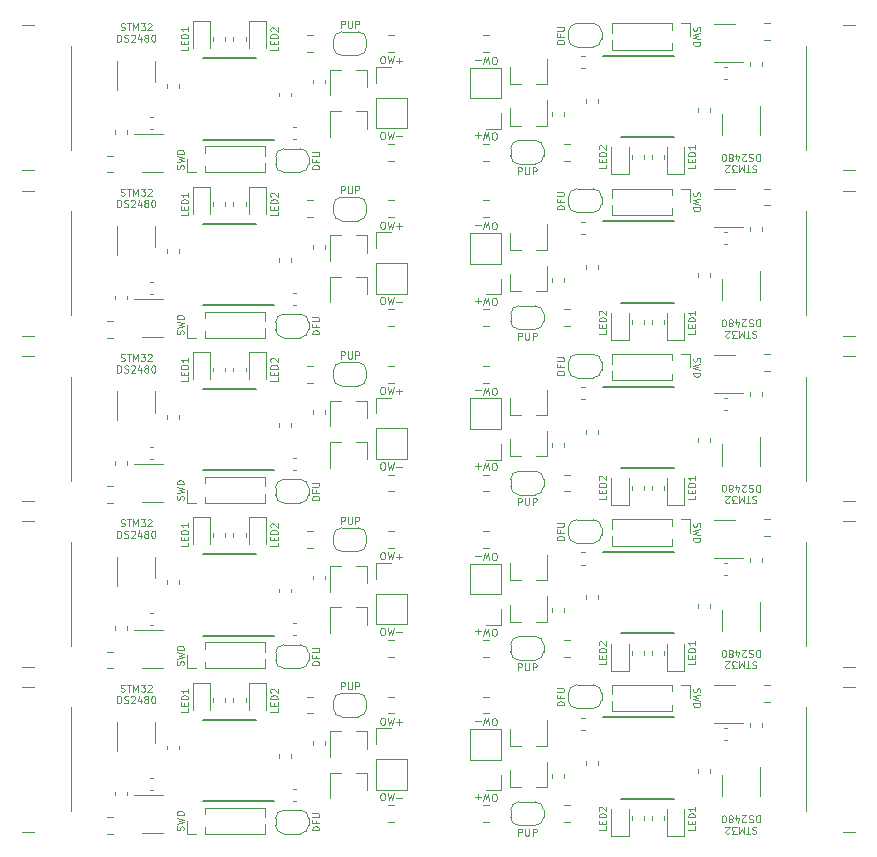
<source format=gbr>
G04 #@! TF.GenerationSoftware,KiCad,Pcbnew,(5.99.0-812-g5d5363396)*
G04 #@! TF.CreationDate,2020-02-01T10:18:42+03:00*
G04 #@! TF.ProjectId,stm32_ds2480_emu_panel,73746d33-325f-4647-9332-3438305f656d,rev?*
G04 #@! TF.SameCoordinates,PX68e7780PY7ed6b40*
G04 #@! TF.FileFunction,Legend,Top*
G04 #@! TF.FilePolarity,Positive*
%FSLAX46Y46*%
G04 Gerber Fmt 4.6, Leading zero omitted, Abs format (unit mm)*
G04 Created by KiCad (PCBNEW (5.99.0-812-g5d5363396)) date 2020-02-01 10:18:42*
%MOMM*%
%LPD*%
G04 APERTURE LIST*
%ADD10C,0.100000*%
%ADD11C,0.120000*%
%ADD12C,0.150000*%
G04 APERTURE END LIST*
D10*
X39771428Y16871429D02*
X39657142Y16871429D01*
X39600000Y16900000D01*
X39542857Y16957143D01*
X39514285Y17071429D01*
X39514285Y17271429D01*
X39542857Y17385715D01*
X39600000Y17442858D01*
X39657142Y17471429D01*
X39771428Y17471429D01*
X39828571Y17442858D01*
X39885714Y17385715D01*
X39914285Y17271429D01*
X39914285Y17071429D01*
X39885714Y16957143D01*
X39828571Y16900000D01*
X39771428Y16871429D01*
X39314285Y16871429D02*
X39171428Y17471429D01*
X39057142Y17042858D01*
X38942857Y17471429D01*
X38800000Y16871429D01*
X38571428Y17242858D02*
X38114285Y17242858D01*
X39771428Y30871429D02*
X39657142Y30871429D01*
X39600000Y30900000D01*
X39542857Y30957143D01*
X39514285Y31071429D01*
X39514285Y31271429D01*
X39542857Y31385715D01*
X39600000Y31442858D01*
X39657142Y31471429D01*
X39771428Y31471429D01*
X39828571Y31442858D01*
X39885714Y31385715D01*
X39914285Y31271429D01*
X39914285Y31071429D01*
X39885714Y30957143D01*
X39828571Y30900000D01*
X39771428Y30871429D01*
X39314285Y30871429D02*
X39171428Y31471429D01*
X39057142Y31042858D01*
X38942857Y31471429D01*
X38800000Y30871429D01*
X38571428Y31242858D02*
X38114285Y31242858D01*
X39771428Y44871429D02*
X39657142Y44871429D01*
X39600000Y44900000D01*
X39542857Y44957143D01*
X39514285Y45071429D01*
X39514285Y45271429D01*
X39542857Y45385715D01*
X39600000Y45442858D01*
X39657142Y45471429D01*
X39771428Y45471429D01*
X39828571Y45442858D01*
X39885714Y45385715D01*
X39914285Y45271429D01*
X39914285Y45071429D01*
X39885714Y44957143D01*
X39828571Y44900000D01*
X39771428Y44871429D01*
X39314285Y44871429D02*
X39171428Y45471429D01*
X39057142Y45042858D01*
X38942857Y45471429D01*
X38800000Y44871429D01*
X38571428Y45242858D02*
X38114285Y45242858D01*
X39771428Y58871429D02*
X39657142Y58871429D01*
X39600000Y58900000D01*
X39542857Y58957143D01*
X39514285Y59071429D01*
X39514285Y59271429D01*
X39542857Y59385715D01*
X39600000Y59442858D01*
X39657142Y59471429D01*
X39771428Y59471429D01*
X39828571Y59442858D01*
X39885714Y59385715D01*
X39914285Y59271429D01*
X39914285Y59071429D01*
X39885714Y58957143D01*
X39828571Y58900000D01*
X39771428Y58871429D01*
X39314285Y58871429D02*
X39171428Y59471429D01*
X39057142Y59042858D01*
X38942857Y59471429D01*
X38800000Y58871429D01*
X38571428Y59242858D02*
X38114285Y59242858D01*
X61914285Y8259858D02*
X61828571Y8288429D01*
X61685714Y8288429D01*
X61628571Y8259858D01*
X61600000Y8231286D01*
X61571428Y8174143D01*
X61571428Y8117000D01*
X61600000Y8059858D01*
X61628571Y8031286D01*
X61685714Y8002715D01*
X61800000Y7974143D01*
X61857142Y7945572D01*
X61885714Y7917000D01*
X61914285Y7859858D01*
X61914285Y7802715D01*
X61885714Y7745572D01*
X61857142Y7717000D01*
X61800000Y7688429D01*
X61657142Y7688429D01*
X61571428Y7717000D01*
X61400000Y7688429D02*
X61057142Y7688429D01*
X61228571Y8288429D02*
X61228571Y7688429D01*
X60857142Y8288429D02*
X60857142Y7688429D01*
X60657142Y8117000D01*
X60457142Y7688429D01*
X60457142Y8288429D01*
X60228571Y7688429D02*
X59857142Y7688429D01*
X60057142Y7917000D01*
X59971428Y7917000D01*
X59914285Y7945572D01*
X59885714Y7974143D01*
X59857142Y8031286D01*
X59857142Y8174143D01*
X59885714Y8231286D01*
X59914285Y8259858D01*
X59971428Y8288429D01*
X60142857Y8288429D01*
X60200000Y8259858D01*
X60228571Y8231286D01*
X59628571Y7745572D02*
X59600000Y7717000D01*
X59542857Y7688429D01*
X59400000Y7688429D01*
X59342857Y7717000D01*
X59314285Y7745572D01*
X59285714Y7802715D01*
X59285714Y7859858D01*
X59314285Y7945572D01*
X59657142Y8288429D01*
X59285714Y8288429D01*
X62185714Y9254429D02*
X62185714Y8654429D01*
X62042857Y8654429D01*
X61957142Y8683000D01*
X61900000Y8740143D01*
X61871428Y8797286D01*
X61842857Y8911572D01*
X61842857Y8997286D01*
X61871428Y9111572D01*
X61900000Y9168715D01*
X61957142Y9225858D01*
X62042857Y9254429D01*
X62185714Y9254429D01*
X61614285Y9225858D02*
X61528571Y9254429D01*
X61385714Y9254429D01*
X61328571Y9225858D01*
X61300000Y9197286D01*
X61271428Y9140143D01*
X61271428Y9083000D01*
X61300000Y9025858D01*
X61328571Y8997286D01*
X61385714Y8968715D01*
X61500000Y8940143D01*
X61557142Y8911572D01*
X61585714Y8883000D01*
X61614285Y8825858D01*
X61614285Y8768715D01*
X61585714Y8711572D01*
X61557142Y8683000D01*
X61500000Y8654429D01*
X61357142Y8654429D01*
X61271428Y8683000D01*
X61042857Y8711572D02*
X61014285Y8683000D01*
X60957142Y8654429D01*
X60814285Y8654429D01*
X60757142Y8683000D01*
X60728571Y8711572D01*
X60700000Y8768715D01*
X60700000Y8825858D01*
X60728571Y8911572D01*
X61071428Y9254429D01*
X60700000Y9254429D01*
X60185714Y8854429D02*
X60185714Y9254429D01*
X60328571Y8625858D02*
X60471428Y9054429D01*
X60100000Y9054429D01*
X59785714Y8911572D02*
X59842857Y8883000D01*
X59871428Y8854429D01*
X59900000Y8797286D01*
X59900000Y8768715D01*
X59871428Y8711572D01*
X59842857Y8683000D01*
X59785714Y8654429D01*
X59671428Y8654429D01*
X59614285Y8683000D01*
X59585714Y8711572D01*
X59557142Y8768715D01*
X59557142Y8797286D01*
X59585714Y8854429D01*
X59614285Y8883000D01*
X59671428Y8911572D01*
X59785714Y8911572D01*
X59842857Y8940143D01*
X59871428Y8968715D01*
X59900000Y9025858D01*
X59900000Y9140143D01*
X59871428Y9197286D01*
X59842857Y9225858D01*
X59785714Y9254429D01*
X59671428Y9254429D01*
X59614285Y9225858D01*
X59585714Y9197286D01*
X59557142Y9140143D01*
X59557142Y9025858D01*
X59585714Y8968715D01*
X59614285Y8940143D01*
X59671428Y8911572D01*
X59185714Y8654429D02*
X59128571Y8654429D01*
X59071428Y8683000D01*
X59042857Y8711572D01*
X59014285Y8768715D01*
X58985714Y8883000D01*
X58985714Y9025858D01*
X59014285Y9140143D01*
X59042857Y9197286D01*
X59071428Y9225858D01*
X59128571Y9254429D01*
X59185714Y9254429D01*
X59242857Y9225858D01*
X59271428Y9197286D01*
X59300000Y9140143D01*
X59328571Y9025858D01*
X59328571Y8883000D01*
X59300000Y8768715D01*
X59271428Y8711572D01*
X59242857Y8683000D01*
X59185714Y8654429D01*
X61914285Y22259858D02*
X61828571Y22288429D01*
X61685714Y22288429D01*
X61628571Y22259858D01*
X61600000Y22231286D01*
X61571428Y22174143D01*
X61571428Y22117000D01*
X61600000Y22059858D01*
X61628571Y22031286D01*
X61685714Y22002715D01*
X61800000Y21974143D01*
X61857142Y21945572D01*
X61885714Y21917000D01*
X61914285Y21859858D01*
X61914285Y21802715D01*
X61885714Y21745572D01*
X61857142Y21717000D01*
X61800000Y21688429D01*
X61657142Y21688429D01*
X61571428Y21717000D01*
X61400000Y21688429D02*
X61057142Y21688429D01*
X61228571Y22288429D02*
X61228571Y21688429D01*
X60857142Y22288429D02*
X60857142Y21688429D01*
X60657142Y22117000D01*
X60457142Y21688429D01*
X60457142Y22288429D01*
X60228571Y21688429D02*
X59857142Y21688429D01*
X60057142Y21917000D01*
X59971428Y21917000D01*
X59914285Y21945572D01*
X59885714Y21974143D01*
X59857142Y22031286D01*
X59857142Y22174143D01*
X59885714Y22231286D01*
X59914285Y22259858D01*
X59971428Y22288429D01*
X60142857Y22288429D01*
X60200000Y22259858D01*
X60228571Y22231286D01*
X59628571Y21745572D02*
X59600000Y21717000D01*
X59542857Y21688429D01*
X59400000Y21688429D01*
X59342857Y21717000D01*
X59314285Y21745572D01*
X59285714Y21802715D01*
X59285714Y21859858D01*
X59314285Y21945572D01*
X59657142Y22288429D01*
X59285714Y22288429D01*
X62185714Y23254429D02*
X62185714Y22654429D01*
X62042857Y22654429D01*
X61957142Y22683000D01*
X61900000Y22740143D01*
X61871428Y22797286D01*
X61842857Y22911572D01*
X61842857Y22997286D01*
X61871428Y23111572D01*
X61900000Y23168715D01*
X61957142Y23225858D01*
X62042857Y23254429D01*
X62185714Y23254429D01*
X61614285Y23225858D02*
X61528571Y23254429D01*
X61385714Y23254429D01*
X61328571Y23225858D01*
X61300000Y23197286D01*
X61271428Y23140143D01*
X61271428Y23083000D01*
X61300000Y23025858D01*
X61328571Y22997286D01*
X61385714Y22968715D01*
X61500000Y22940143D01*
X61557142Y22911572D01*
X61585714Y22883000D01*
X61614285Y22825858D01*
X61614285Y22768715D01*
X61585714Y22711572D01*
X61557142Y22683000D01*
X61500000Y22654429D01*
X61357142Y22654429D01*
X61271428Y22683000D01*
X61042857Y22711572D02*
X61014285Y22683000D01*
X60957142Y22654429D01*
X60814285Y22654429D01*
X60757142Y22683000D01*
X60728571Y22711572D01*
X60700000Y22768715D01*
X60700000Y22825858D01*
X60728571Y22911572D01*
X61071428Y23254429D01*
X60700000Y23254429D01*
X60185714Y22854429D02*
X60185714Y23254429D01*
X60328571Y22625858D02*
X60471428Y23054429D01*
X60100000Y23054429D01*
X59785714Y22911572D02*
X59842857Y22883000D01*
X59871428Y22854429D01*
X59900000Y22797286D01*
X59900000Y22768715D01*
X59871428Y22711572D01*
X59842857Y22683000D01*
X59785714Y22654429D01*
X59671428Y22654429D01*
X59614285Y22683000D01*
X59585714Y22711572D01*
X59557142Y22768715D01*
X59557142Y22797286D01*
X59585714Y22854429D01*
X59614285Y22883000D01*
X59671428Y22911572D01*
X59785714Y22911572D01*
X59842857Y22940143D01*
X59871428Y22968715D01*
X59900000Y23025858D01*
X59900000Y23140143D01*
X59871428Y23197286D01*
X59842857Y23225858D01*
X59785714Y23254429D01*
X59671428Y23254429D01*
X59614285Y23225858D01*
X59585714Y23197286D01*
X59557142Y23140143D01*
X59557142Y23025858D01*
X59585714Y22968715D01*
X59614285Y22940143D01*
X59671428Y22911572D01*
X59185714Y22654429D02*
X59128571Y22654429D01*
X59071428Y22683000D01*
X59042857Y22711572D01*
X59014285Y22768715D01*
X58985714Y22883000D01*
X58985714Y23025858D01*
X59014285Y23140143D01*
X59042857Y23197286D01*
X59071428Y23225858D01*
X59128571Y23254429D01*
X59185714Y23254429D01*
X59242857Y23225858D01*
X59271428Y23197286D01*
X59300000Y23140143D01*
X59328571Y23025858D01*
X59328571Y22883000D01*
X59300000Y22768715D01*
X59271428Y22711572D01*
X59242857Y22683000D01*
X59185714Y22654429D01*
X61914285Y36259858D02*
X61828571Y36288429D01*
X61685714Y36288429D01*
X61628571Y36259858D01*
X61600000Y36231286D01*
X61571428Y36174143D01*
X61571428Y36117000D01*
X61600000Y36059858D01*
X61628571Y36031286D01*
X61685714Y36002715D01*
X61800000Y35974143D01*
X61857142Y35945572D01*
X61885714Y35917000D01*
X61914285Y35859858D01*
X61914285Y35802715D01*
X61885714Y35745572D01*
X61857142Y35717000D01*
X61800000Y35688429D01*
X61657142Y35688429D01*
X61571428Y35717000D01*
X61400000Y35688429D02*
X61057142Y35688429D01*
X61228571Y36288429D02*
X61228571Y35688429D01*
X60857142Y36288429D02*
X60857142Y35688429D01*
X60657142Y36117000D01*
X60457142Y35688429D01*
X60457142Y36288429D01*
X60228571Y35688429D02*
X59857142Y35688429D01*
X60057142Y35917000D01*
X59971428Y35917000D01*
X59914285Y35945572D01*
X59885714Y35974143D01*
X59857142Y36031286D01*
X59857142Y36174143D01*
X59885714Y36231286D01*
X59914285Y36259858D01*
X59971428Y36288429D01*
X60142857Y36288429D01*
X60200000Y36259858D01*
X60228571Y36231286D01*
X59628571Y35745572D02*
X59600000Y35717000D01*
X59542857Y35688429D01*
X59400000Y35688429D01*
X59342857Y35717000D01*
X59314285Y35745572D01*
X59285714Y35802715D01*
X59285714Y35859858D01*
X59314285Y35945572D01*
X59657142Y36288429D01*
X59285714Y36288429D01*
X62185714Y37254429D02*
X62185714Y36654429D01*
X62042857Y36654429D01*
X61957142Y36683000D01*
X61900000Y36740143D01*
X61871428Y36797286D01*
X61842857Y36911572D01*
X61842857Y36997286D01*
X61871428Y37111572D01*
X61900000Y37168715D01*
X61957142Y37225858D01*
X62042857Y37254429D01*
X62185714Y37254429D01*
X61614285Y37225858D02*
X61528571Y37254429D01*
X61385714Y37254429D01*
X61328571Y37225858D01*
X61300000Y37197286D01*
X61271428Y37140143D01*
X61271428Y37083000D01*
X61300000Y37025858D01*
X61328571Y36997286D01*
X61385714Y36968715D01*
X61500000Y36940143D01*
X61557142Y36911572D01*
X61585714Y36883000D01*
X61614285Y36825858D01*
X61614285Y36768715D01*
X61585714Y36711572D01*
X61557142Y36683000D01*
X61500000Y36654429D01*
X61357142Y36654429D01*
X61271428Y36683000D01*
X61042857Y36711572D02*
X61014285Y36683000D01*
X60957142Y36654429D01*
X60814285Y36654429D01*
X60757142Y36683000D01*
X60728571Y36711572D01*
X60700000Y36768715D01*
X60700000Y36825858D01*
X60728571Y36911572D01*
X61071428Y37254429D01*
X60700000Y37254429D01*
X60185714Y36854429D02*
X60185714Y37254429D01*
X60328571Y36625858D02*
X60471428Y37054429D01*
X60100000Y37054429D01*
X59785714Y36911572D02*
X59842857Y36883000D01*
X59871428Y36854429D01*
X59900000Y36797286D01*
X59900000Y36768715D01*
X59871428Y36711572D01*
X59842857Y36683000D01*
X59785714Y36654429D01*
X59671428Y36654429D01*
X59614285Y36683000D01*
X59585714Y36711572D01*
X59557142Y36768715D01*
X59557142Y36797286D01*
X59585714Y36854429D01*
X59614285Y36883000D01*
X59671428Y36911572D01*
X59785714Y36911572D01*
X59842857Y36940143D01*
X59871428Y36968715D01*
X59900000Y37025858D01*
X59900000Y37140143D01*
X59871428Y37197286D01*
X59842857Y37225858D01*
X59785714Y37254429D01*
X59671428Y37254429D01*
X59614285Y37225858D01*
X59585714Y37197286D01*
X59557142Y37140143D01*
X59557142Y37025858D01*
X59585714Y36968715D01*
X59614285Y36940143D01*
X59671428Y36911572D01*
X59185714Y36654429D02*
X59128571Y36654429D01*
X59071428Y36683000D01*
X59042857Y36711572D01*
X59014285Y36768715D01*
X58985714Y36883000D01*
X58985714Y37025858D01*
X59014285Y37140143D01*
X59042857Y37197286D01*
X59071428Y37225858D01*
X59128571Y37254429D01*
X59185714Y37254429D01*
X59242857Y37225858D01*
X59271428Y37197286D01*
X59300000Y37140143D01*
X59328571Y37025858D01*
X59328571Y36883000D01*
X59300000Y36768715D01*
X59271428Y36711572D01*
X59242857Y36683000D01*
X59185714Y36654429D01*
X61914285Y50259858D02*
X61828571Y50288429D01*
X61685714Y50288429D01*
X61628571Y50259858D01*
X61600000Y50231286D01*
X61571428Y50174143D01*
X61571428Y50117000D01*
X61600000Y50059858D01*
X61628571Y50031286D01*
X61685714Y50002715D01*
X61800000Y49974143D01*
X61857142Y49945572D01*
X61885714Y49917000D01*
X61914285Y49859858D01*
X61914285Y49802715D01*
X61885714Y49745572D01*
X61857142Y49717000D01*
X61800000Y49688429D01*
X61657142Y49688429D01*
X61571428Y49717000D01*
X61400000Y49688429D02*
X61057142Y49688429D01*
X61228571Y50288429D02*
X61228571Y49688429D01*
X60857142Y50288429D02*
X60857142Y49688429D01*
X60657142Y50117000D01*
X60457142Y49688429D01*
X60457142Y50288429D01*
X60228571Y49688429D02*
X59857142Y49688429D01*
X60057142Y49917000D01*
X59971428Y49917000D01*
X59914285Y49945572D01*
X59885714Y49974143D01*
X59857142Y50031286D01*
X59857142Y50174143D01*
X59885714Y50231286D01*
X59914285Y50259858D01*
X59971428Y50288429D01*
X60142857Y50288429D01*
X60200000Y50259858D01*
X60228571Y50231286D01*
X59628571Y49745572D02*
X59600000Y49717000D01*
X59542857Y49688429D01*
X59400000Y49688429D01*
X59342857Y49717000D01*
X59314285Y49745572D01*
X59285714Y49802715D01*
X59285714Y49859858D01*
X59314285Y49945572D01*
X59657142Y50288429D01*
X59285714Y50288429D01*
X62185714Y51254429D02*
X62185714Y50654429D01*
X62042857Y50654429D01*
X61957142Y50683000D01*
X61900000Y50740143D01*
X61871428Y50797286D01*
X61842857Y50911572D01*
X61842857Y50997286D01*
X61871428Y51111572D01*
X61900000Y51168715D01*
X61957142Y51225858D01*
X62042857Y51254429D01*
X62185714Y51254429D01*
X61614285Y51225858D02*
X61528571Y51254429D01*
X61385714Y51254429D01*
X61328571Y51225858D01*
X61300000Y51197286D01*
X61271428Y51140143D01*
X61271428Y51083000D01*
X61300000Y51025858D01*
X61328571Y50997286D01*
X61385714Y50968715D01*
X61500000Y50940143D01*
X61557142Y50911572D01*
X61585714Y50883000D01*
X61614285Y50825858D01*
X61614285Y50768715D01*
X61585714Y50711572D01*
X61557142Y50683000D01*
X61500000Y50654429D01*
X61357142Y50654429D01*
X61271428Y50683000D01*
X61042857Y50711572D02*
X61014285Y50683000D01*
X60957142Y50654429D01*
X60814285Y50654429D01*
X60757142Y50683000D01*
X60728571Y50711572D01*
X60700000Y50768715D01*
X60700000Y50825858D01*
X60728571Y50911572D01*
X61071428Y51254429D01*
X60700000Y51254429D01*
X60185714Y50854429D02*
X60185714Y51254429D01*
X60328571Y50625858D02*
X60471428Y51054429D01*
X60100000Y51054429D01*
X59785714Y50911572D02*
X59842857Y50883000D01*
X59871428Y50854429D01*
X59900000Y50797286D01*
X59900000Y50768715D01*
X59871428Y50711572D01*
X59842857Y50683000D01*
X59785714Y50654429D01*
X59671428Y50654429D01*
X59614285Y50683000D01*
X59585714Y50711572D01*
X59557142Y50768715D01*
X59557142Y50797286D01*
X59585714Y50854429D01*
X59614285Y50883000D01*
X59671428Y50911572D01*
X59785714Y50911572D01*
X59842857Y50940143D01*
X59871428Y50968715D01*
X59900000Y51025858D01*
X59900000Y51140143D01*
X59871428Y51197286D01*
X59842857Y51225858D01*
X59785714Y51254429D01*
X59671428Y51254429D01*
X59614285Y51225858D01*
X59585714Y51197286D01*
X59557142Y51140143D01*
X59557142Y51025858D01*
X59585714Y50968715D01*
X59614285Y50940143D01*
X59671428Y50911572D01*
X59185714Y50654429D02*
X59128571Y50654429D01*
X59071428Y50683000D01*
X59042857Y50711572D01*
X59014285Y50768715D01*
X58985714Y50883000D01*
X58985714Y51025858D01*
X59014285Y51140143D01*
X59042857Y51197286D01*
X59071428Y51225858D01*
X59128571Y51254429D01*
X59185714Y51254429D01*
X59242857Y51225858D01*
X59271428Y51197286D01*
X59300000Y51140143D01*
X59328571Y51025858D01*
X59328571Y50883000D01*
X59300000Y50768715D01*
X59271428Y50711572D01*
X59242857Y50683000D01*
X59185714Y50654429D01*
X30228571Y11128572D02*
X30342857Y11128572D01*
X30400000Y11100000D01*
X30457142Y11042858D01*
X30485714Y10928572D01*
X30485714Y10728572D01*
X30457142Y10614286D01*
X30400000Y10557143D01*
X30342857Y10528572D01*
X30228571Y10528572D01*
X30171428Y10557143D01*
X30114285Y10614286D01*
X30085714Y10728572D01*
X30085714Y10928572D01*
X30114285Y11042858D01*
X30171428Y11100000D01*
X30228571Y11128572D01*
X30685714Y11128572D02*
X30828571Y10528572D01*
X30942857Y10957143D01*
X31057142Y10528572D01*
X31200000Y11128572D01*
X31428571Y10757143D02*
X31885714Y10757143D01*
X30228571Y25128572D02*
X30342857Y25128572D01*
X30400000Y25100000D01*
X30457142Y25042858D01*
X30485714Y24928572D01*
X30485714Y24728572D01*
X30457142Y24614286D01*
X30400000Y24557143D01*
X30342857Y24528572D01*
X30228571Y24528572D01*
X30171428Y24557143D01*
X30114285Y24614286D01*
X30085714Y24728572D01*
X30085714Y24928572D01*
X30114285Y25042858D01*
X30171428Y25100000D01*
X30228571Y25128572D01*
X30685714Y25128572D02*
X30828571Y24528572D01*
X30942857Y24957143D01*
X31057142Y24528572D01*
X31200000Y25128572D01*
X31428571Y24757143D02*
X31885714Y24757143D01*
X30228571Y39128572D02*
X30342857Y39128572D01*
X30400000Y39100000D01*
X30457142Y39042858D01*
X30485714Y38928572D01*
X30485714Y38728572D01*
X30457142Y38614286D01*
X30400000Y38557143D01*
X30342857Y38528572D01*
X30228571Y38528572D01*
X30171428Y38557143D01*
X30114285Y38614286D01*
X30085714Y38728572D01*
X30085714Y38928572D01*
X30114285Y39042858D01*
X30171428Y39100000D01*
X30228571Y39128572D01*
X30685714Y39128572D02*
X30828571Y38528572D01*
X30942857Y38957143D01*
X31057142Y38528572D01*
X31200000Y39128572D01*
X31428571Y38757143D02*
X31885714Y38757143D01*
X30228571Y53128572D02*
X30342857Y53128572D01*
X30400000Y53100000D01*
X30457142Y53042858D01*
X30485714Y52928572D01*
X30485714Y52728572D01*
X30457142Y52614286D01*
X30400000Y52557143D01*
X30342857Y52528572D01*
X30228571Y52528572D01*
X30171428Y52557143D01*
X30114285Y52614286D01*
X30085714Y52728572D01*
X30085714Y52928572D01*
X30114285Y53042858D01*
X30171428Y53100000D01*
X30228571Y53128572D01*
X30685714Y53128572D02*
X30828571Y52528572D01*
X30942857Y52957143D01*
X31057142Y52528572D01*
X31200000Y53128572D01*
X31428571Y52757143D02*
X31885714Y52757143D01*
X8085714Y19740143D02*
X8171428Y19711572D01*
X8314285Y19711572D01*
X8371428Y19740143D01*
X8400000Y19768715D01*
X8428571Y19825858D01*
X8428571Y19883000D01*
X8400000Y19940143D01*
X8371428Y19968715D01*
X8314285Y19997286D01*
X8200000Y20025858D01*
X8142857Y20054429D01*
X8114285Y20083000D01*
X8085714Y20140143D01*
X8085714Y20197286D01*
X8114285Y20254429D01*
X8142857Y20283000D01*
X8200000Y20311572D01*
X8342857Y20311572D01*
X8428571Y20283000D01*
X8600000Y20311572D02*
X8942857Y20311572D01*
X8771428Y19711572D02*
X8771428Y20311572D01*
X9142857Y19711572D02*
X9142857Y20311572D01*
X9342857Y19883000D01*
X9542857Y20311572D01*
X9542857Y19711572D01*
X9771428Y20311572D02*
X10142857Y20311572D01*
X9942857Y20083000D01*
X10028571Y20083000D01*
X10085714Y20054429D01*
X10114285Y20025858D01*
X10142857Y19968715D01*
X10142857Y19825858D01*
X10114285Y19768715D01*
X10085714Y19740143D01*
X10028571Y19711572D01*
X9857142Y19711572D01*
X9800000Y19740143D01*
X9771428Y19768715D01*
X10371428Y20254429D02*
X10400000Y20283000D01*
X10457142Y20311572D01*
X10600000Y20311572D01*
X10657142Y20283000D01*
X10685714Y20254429D01*
X10714285Y20197286D01*
X10714285Y20140143D01*
X10685714Y20054429D01*
X10342857Y19711572D01*
X10714285Y19711572D01*
X7814285Y18745572D02*
X7814285Y19345572D01*
X7957142Y19345572D01*
X8042857Y19317000D01*
X8100000Y19259858D01*
X8128571Y19202715D01*
X8157142Y19088429D01*
X8157142Y19002715D01*
X8128571Y18888429D01*
X8100000Y18831286D01*
X8042857Y18774143D01*
X7957142Y18745572D01*
X7814285Y18745572D01*
X8385714Y18774143D02*
X8471428Y18745572D01*
X8614285Y18745572D01*
X8671428Y18774143D01*
X8700000Y18802715D01*
X8728571Y18859858D01*
X8728571Y18917000D01*
X8700000Y18974143D01*
X8671428Y19002715D01*
X8614285Y19031286D01*
X8500000Y19059858D01*
X8442857Y19088429D01*
X8414285Y19117000D01*
X8385714Y19174143D01*
X8385714Y19231286D01*
X8414285Y19288429D01*
X8442857Y19317000D01*
X8500000Y19345572D01*
X8642857Y19345572D01*
X8728571Y19317000D01*
X8957142Y19288429D02*
X8985714Y19317000D01*
X9042857Y19345572D01*
X9185714Y19345572D01*
X9242857Y19317000D01*
X9271428Y19288429D01*
X9300000Y19231286D01*
X9300000Y19174143D01*
X9271428Y19088429D01*
X8928571Y18745572D01*
X9300000Y18745572D01*
X9814285Y19145572D02*
X9814285Y18745572D01*
X9671428Y19374143D02*
X9528571Y18945572D01*
X9900000Y18945572D01*
X10214285Y19088429D02*
X10157142Y19117000D01*
X10128571Y19145572D01*
X10100000Y19202715D01*
X10100000Y19231286D01*
X10128571Y19288429D01*
X10157142Y19317000D01*
X10214285Y19345572D01*
X10328571Y19345572D01*
X10385714Y19317000D01*
X10414285Y19288429D01*
X10442857Y19231286D01*
X10442857Y19202715D01*
X10414285Y19145572D01*
X10385714Y19117000D01*
X10328571Y19088429D01*
X10214285Y19088429D01*
X10157142Y19059858D01*
X10128571Y19031286D01*
X10100000Y18974143D01*
X10100000Y18859858D01*
X10128571Y18802715D01*
X10157142Y18774143D01*
X10214285Y18745572D01*
X10328571Y18745572D01*
X10385714Y18774143D01*
X10414285Y18802715D01*
X10442857Y18859858D01*
X10442857Y18974143D01*
X10414285Y19031286D01*
X10385714Y19059858D01*
X10328571Y19088429D01*
X10814285Y19345572D02*
X10871428Y19345572D01*
X10928571Y19317000D01*
X10957142Y19288429D01*
X10985714Y19231286D01*
X11014285Y19117000D01*
X11014285Y18974143D01*
X10985714Y18859858D01*
X10957142Y18802715D01*
X10928571Y18774143D01*
X10871428Y18745572D01*
X10814285Y18745572D01*
X10757142Y18774143D01*
X10728571Y18802715D01*
X10700000Y18859858D01*
X10671428Y18974143D01*
X10671428Y19117000D01*
X10700000Y19231286D01*
X10728571Y19288429D01*
X10757142Y19317000D01*
X10814285Y19345572D01*
X8085714Y33740143D02*
X8171428Y33711572D01*
X8314285Y33711572D01*
X8371428Y33740143D01*
X8400000Y33768715D01*
X8428571Y33825858D01*
X8428571Y33883000D01*
X8400000Y33940143D01*
X8371428Y33968715D01*
X8314285Y33997286D01*
X8200000Y34025858D01*
X8142857Y34054429D01*
X8114285Y34083000D01*
X8085714Y34140143D01*
X8085714Y34197286D01*
X8114285Y34254429D01*
X8142857Y34283000D01*
X8200000Y34311572D01*
X8342857Y34311572D01*
X8428571Y34283000D01*
X8600000Y34311572D02*
X8942857Y34311572D01*
X8771428Y33711572D02*
X8771428Y34311572D01*
X9142857Y33711572D02*
X9142857Y34311572D01*
X9342857Y33883000D01*
X9542857Y34311572D01*
X9542857Y33711572D01*
X9771428Y34311572D02*
X10142857Y34311572D01*
X9942857Y34083000D01*
X10028571Y34083000D01*
X10085714Y34054429D01*
X10114285Y34025858D01*
X10142857Y33968715D01*
X10142857Y33825858D01*
X10114285Y33768715D01*
X10085714Y33740143D01*
X10028571Y33711572D01*
X9857142Y33711572D01*
X9800000Y33740143D01*
X9771428Y33768715D01*
X10371428Y34254429D02*
X10400000Y34283000D01*
X10457142Y34311572D01*
X10600000Y34311572D01*
X10657142Y34283000D01*
X10685714Y34254429D01*
X10714285Y34197286D01*
X10714285Y34140143D01*
X10685714Y34054429D01*
X10342857Y33711572D01*
X10714285Y33711572D01*
X7814285Y32745572D02*
X7814285Y33345572D01*
X7957142Y33345572D01*
X8042857Y33317000D01*
X8100000Y33259858D01*
X8128571Y33202715D01*
X8157142Y33088429D01*
X8157142Y33002715D01*
X8128571Y32888429D01*
X8100000Y32831286D01*
X8042857Y32774143D01*
X7957142Y32745572D01*
X7814285Y32745572D01*
X8385714Y32774143D02*
X8471428Y32745572D01*
X8614285Y32745572D01*
X8671428Y32774143D01*
X8700000Y32802715D01*
X8728571Y32859858D01*
X8728571Y32917000D01*
X8700000Y32974143D01*
X8671428Y33002715D01*
X8614285Y33031286D01*
X8500000Y33059858D01*
X8442857Y33088429D01*
X8414285Y33117000D01*
X8385714Y33174143D01*
X8385714Y33231286D01*
X8414285Y33288429D01*
X8442857Y33317000D01*
X8500000Y33345572D01*
X8642857Y33345572D01*
X8728571Y33317000D01*
X8957142Y33288429D02*
X8985714Y33317000D01*
X9042857Y33345572D01*
X9185714Y33345572D01*
X9242857Y33317000D01*
X9271428Y33288429D01*
X9300000Y33231286D01*
X9300000Y33174143D01*
X9271428Y33088429D01*
X8928571Y32745572D01*
X9300000Y32745572D01*
X9814285Y33145572D02*
X9814285Y32745572D01*
X9671428Y33374143D02*
X9528571Y32945572D01*
X9900000Y32945572D01*
X10214285Y33088429D02*
X10157142Y33117000D01*
X10128571Y33145572D01*
X10100000Y33202715D01*
X10100000Y33231286D01*
X10128571Y33288429D01*
X10157142Y33317000D01*
X10214285Y33345572D01*
X10328571Y33345572D01*
X10385714Y33317000D01*
X10414285Y33288429D01*
X10442857Y33231286D01*
X10442857Y33202715D01*
X10414285Y33145572D01*
X10385714Y33117000D01*
X10328571Y33088429D01*
X10214285Y33088429D01*
X10157142Y33059858D01*
X10128571Y33031286D01*
X10100000Y32974143D01*
X10100000Y32859858D01*
X10128571Y32802715D01*
X10157142Y32774143D01*
X10214285Y32745572D01*
X10328571Y32745572D01*
X10385714Y32774143D01*
X10414285Y32802715D01*
X10442857Y32859858D01*
X10442857Y32974143D01*
X10414285Y33031286D01*
X10385714Y33059858D01*
X10328571Y33088429D01*
X10814285Y33345572D02*
X10871428Y33345572D01*
X10928571Y33317000D01*
X10957142Y33288429D01*
X10985714Y33231286D01*
X11014285Y33117000D01*
X11014285Y32974143D01*
X10985714Y32859858D01*
X10957142Y32802715D01*
X10928571Y32774143D01*
X10871428Y32745572D01*
X10814285Y32745572D01*
X10757142Y32774143D01*
X10728571Y32802715D01*
X10700000Y32859858D01*
X10671428Y32974143D01*
X10671428Y33117000D01*
X10700000Y33231286D01*
X10728571Y33288429D01*
X10757142Y33317000D01*
X10814285Y33345572D01*
X8085714Y47740143D02*
X8171428Y47711572D01*
X8314285Y47711572D01*
X8371428Y47740143D01*
X8400000Y47768715D01*
X8428571Y47825858D01*
X8428571Y47883000D01*
X8400000Y47940143D01*
X8371428Y47968715D01*
X8314285Y47997286D01*
X8200000Y48025858D01*
X8142857Y48054429D01*
X8114285Y48083000D01*
X8085714Y48140143D01*
X8085714Y48197286D01*
X8114285Y48254429D01*
X8142857Y48283000D01*
X8200000Y48311572D01*
X8342857Y48311572D01*
X8428571Y48283000D01*
X8600000Y48311572D02*
X8942857Y48311572D01*
X8771428Y47711572D02*
X8771428Y48311572D01*
X9142857Y47711572D02*
X9142857Y48311572D01*
X9342857Y47883000D01*
X9542857Y48311572D01*
X9542857Y47711572D01*
X9771428Y48311572D02*
X10142857Y48311572D01*
X9942857Y48083000D01*
X10028571Y48083000D01*
X10085714Y48054429D01*
X10114285Y48025858D01*
X10142857Y47968715D01*
X10142857Y47825858D01*
X10114285Y47768715D01*
X10085714Y47740143D01*
X10028571Y47711572D01*
X9857142Y47711572D01*
X9800000Y47740143D01*
X9771428Y47768715D01*
X10371428Y48254429D02*
X10400000Y48283000D01*
X10457142Y48311572D01*
X10600000Y48311572D01*
X10657142Y48283000D01*
X10685714Y48254429D01*
X10714285Y48197286D01*
X10714285Y48140143D01*
X10685714Y48054429D01*
X10342857Y47711572D01*
X10714285Y47711572D01*
X7814285Y46745572D02*
X7814285Y47345572D01*
X7957142Y47345572D01*
X8042857Y47317000D01*
X8100000Y47259858D01*
X8128571Y47202715D01*
X8157142Y47088429D01*
X8157142Y47002715D01*
X8128571Y46888429D01*
X8100000Y46831286D01*
X8042857Y46774143D01*
X7957142Y46745572D01*
X7814285Y46745572D01*
X8385714Y46774143D02*
X8471428Y46745572D01*
X8614285Y46745572D01*
X8671428Y46774143D01*
X8700000Y46802715D01*
X8728571Y46859858D01*
X8728571Y46917000D01*
X8700000Y46974143D01*
X8671428Y47002715D01*
X8614285Y47031286D01*
X8500000Y47059858D01*
X8442857Y47088429D01*
X8414285Y47117000D01*
X8385714Y47174143D01*
X8385714Y47231286D01*
X8414285Y47288429D01*
X8442857Y47317000D01*
X8500000Y47345572D01*
X8642857Y47345572D01*
X8728571Y47317000D01*
X8957142Y47288429D02*
X8985714Y47317000D01*
X9042857Y47345572D01*
X9185714Y47345572D01*
X9242857Y47317000D01*
X9271428Y47288429D01*
X9300000Y47231286D01*
X9300000Y47174143D01*
X9271428Y47088429D01*
X8928571Y46745572D01*
X9300000Y46745572D01*
X9814285Y47145572D02*
X9814285Y46745572D01*
X9671428Y47374143D02*
X9528571Y46945572D01*
X9900000Y46945572D01*
X10214285Y47088429D02*
X10157142Y47117000D01*
X10128571Y47145572D01*
X10100000Y47202715D01*
X10100000Y47231286D01*
X10128571Y47288429D01*
X10157142Y47317000D01*
X10214285Y47345572D01*
X10328571Y47345572D01*
X10385714Y47317000D01*
X10414285Y47288429D01*
X10442857Y47231286D01*
X10442857Y47202715D01*
X10414285Y47145572D01*
X10385714Y47117000D01*
X10328571Y47088429D01*
X10214285Y47088429D01*
X10157142Y47059858D01*
X10128571Y47031286D01*
X10100000Y46974143D01*
X10100000Y46859858D01*
X10128571Y46802715D01*
X10157142Y46774143D01*
X10214285Y46745572D01*
X10328571Y46745572D01*
X10385714Y46774143D01*
X10414285Y46802715D01*
X10442857Y46859858D01*
X10442857Y46974143D01*
X10414285Y47031286D01*
X10385714Y47059858D01*
X10328571Y47088429D01*
X10814285Y47345572D02*
X10871428Y47345572D01*
X10928571Y47317000D01*
X10957142Y47288429D01*
X10985714Y47231286D01*
X11014285Y47117000D01*
X11014285Y46974143D01*
X10985714Y46859858D01*
X10957142Y46802715D01*
X10928571Y46774143D01*
X10871428Y46745572D01*
X10814285Y46745572D01*
X10757142Y46774143D01*
X10728571Y46802715D01*
X10700000Y46859858D01*
X10671428Y46974143D01*
X10671428Y47117000D01*
X10700000Y47231286D01*
X10728571Y47288429D01*
X10757142Y47317000D01*
X10814285Y47345572D01*
X8085714Y61740143D02*
X8171428Y61711572D01*
X8314285Y61711572D01*
X8371428Y61740143D01*
X8400000Y61768715D01*
X8428571Y61825858D01*
X8428571Y61883000D01*
X8400000Y61940143D01*
X8371428Y61968715D01*
X8314285Y61997286D01*
X8200000Y62025858D01*
X8142857Y62054429D01*
X8114285Y62083000D01*
X8085714Y62140143D01*
X8085714Y62197286D01*
X8114285Y62254429D01*
X8142857Y62283000D01*
X8200000Y62311572D01*
X8342857Y62311572D01*
X8428571Y62283000D01*
X8600000Y62311572D02*
X8942857Y62311572D01*
X8771428Y61711572D02*
X8771428Y62311572D01*
X9142857Y61711572D02*
X9142857Y62311572D01*
X9342857Y61883000D01*
X9542857Y62311572D01*
X9542857Y61711572D01*
X9771428Y62311572D02*
X10142857Y62311572D01*
X9942857Y62083000D01*
X10028571Y62083000D01*
X10085714Y62054429D01*
X10114285Y62025858D01*
X10142857Y61968715D01*
X10142857Y61825858D01*
X10114285Y61768715D01*
X10085714Y61740143D01*
X10028571Y61711572D01*
X9857142Y61711572D01*
X9800000Y61740143D01*
X9771428Y61768715D01*
X10371428Y62254429D02*
X10400000Y62283000D01*
X10457142Y62311572D01*
X10600000Y62311572D01*
X10657142Y62283000D01*
X10685714Y62254429D01*
X10714285Y62197286D01*
X10714285Y62140143D01*
X10685714Y62054429D01*
X10342857Y61711572D01*
X10714285Y61711572D01*
X7814285Y60745572D02*
X7814285Y61345572D01*
X7957142Y61345572D01*
X8042857Y61317000D01*
X8100000Y61259858D01*
X8128571Y61202715D01*
X8157142Y61088429D01*
X8157142Y61002715D01*
X8128571Y60888429D01*
X8100000Y60831286D01*
X8042857Y60774143D01*
X7957142Y60745572D01*
X7814285Y60745572D01*
X8385714Y60774143D02*
X8471428Y60745572D01*
X8614285Y60745572D01*
X8671428Y60774143D01*
X8700000Y60802715D01*
X8728571Y60859858D01*
X8728571Y60917000D01*
X8700000Y60974143D01*
X8671428Y61002715D01*
X8614285Y61031286D01*
X8500000Y61059858D01*
X8442857Y61088429D01*
X8414285Y61117000D01*
X8385714Y61174143D01*
X8385714Y61231286D01*
X8414285Y61288429D01*
X8442857Y61317000D01*
X8500000Y61345572D01*
X8642857Y61345572D01*
X8728571Y61317000D01*
X8957142Y61288429D02*
X8985714Y61317000D01*
X9042857Y61345572D01*
X9185714Y61345572D01*
X9242857Y61317000D01*
X9271428Y61288429D01*
X9300000Y61231286D01*
X9300000Y61174143D01*
X9271428Y61088429D01*
X8928571Y60745572D01*
X9300000Y60745572D01*
X9814285Y61145572D02*
X9814285Y60745572D01*
X9671428Y61374143D02*
X9528571Y60945572D01*
X9900000Y60945572D01*
X10214285Y61088429D02*
X10157142Y61117000D01*
X10128571Y61145572D01*
X10100000Y61202715D01*
X10100000Y61231286D01*
X10128571Y61288429D01*
X10157142Y61317000D01*
X10214285Y61345572D01*
X10328571Y61345572D01*
X10385714Y61317000D01*
X10414285Y61288429D01*
X10442857Y61231286D01*
X10442857Y61202715D01*
X10414285Y61145572D01*
X10385714Y61117000D01*
X10328571Y61088429D01*
X10214285Y61088429D01*
X10157142Y61059858D01*
X10128571Y61031286D01*
X10100000Y60974143D01*
X10100000Y60859858D01*
X10128571Y60802715D01*
X10157142Y60774143D01*
X10214285Y60745572D01*
X10328571Y60745572D01*
X10385714Y60774143D01*
X10414285Y60802715D01*
X10442857Y60859858D01*
X10442857Y60974143D01*
X10414285Y61031286D01*
X10385714Y61059858D01*
X10328571Y61088429D01*
X10814285Y61345572D02*
X10871428Y61345572D01*
X10928571Y61317000D01*
X10957142Y61288429D01*
X10985714Y61231286D01*
X11014285Y61117000D01*
X11014285Y60974143D01*
X10985714Y60859858D01*
X10957142Y60802715D01*
X10928571Y60774143D01*
X10871428Y60745572D01*
X10814285Y60745572D01*
X10757142Y60774143D01*
X10728571Y60802715D01*
X10700000Y60859858D01*
X10671428Y60974143D01*
X10671428Y61117000D01*
X10700000Y61231286D01*
X10728571Y61288429D01*
X10757142Y61317000D01*
X10814285Y61345572D01*
X30228571Y17528572D02*
X30342857Y17528572D01*
X30400000Y17500000D01*
X30457142Y17442858D01*
X30485714Y17328572D01*
X30485714Y17128572D01*
X30457142Y17014286D01*
X30400000Y16957143D01*
X30342857Y16928572D01*
X30228571Y16928572D01*
X30171428Y16957143D01*
X30114285Y17014286D01*
X30085714Y17128572D01*
X30085714Y17328572D01*
X30114285Y17442858D01*
X30171428Y17500000D01*
X30228571Y17528572D01*
X30685714Y17528572D02*
X30828571Y16928572D01*
X30942857Y17357143D01*
X31057142Y16928572D01*
X31200000Y17528572D01*
X31428571Y17157143D02*
X31885714Y17157143D01*
X31657142Y16928572D02*
X31657142Y17385715D01*
X30228571Y31528572D02*
X30342857Y31528572D01*
X30400000Y31500000D01*
X30457142Y31442858D01*
X30485714Y31328572D01*
X30485714Y31128572D01*
X30457142Y31014286D01*
X30400000Y30957143D01*
X30342857Y30928572D01*
X30228571Y30928572D01*
X30171428Y30957143D01*
X30114285Y31014286D01*
X30085714Y31128572D01*
X30085714Y31328572D01*
X30114285Y31442858D01*
X30171428Y31500000D01*
X30228571Y31528572D01*
X30685714Y31528572D02*
X30828571Y30928572D01*
X30942857Y31357143D01*
X31057142Y30928572D01*
X31200000Y31528572D01*
X31428571Y31157143D02*
X31885714Y31157143D01*
X31657142Y30928572D02*
X31657142Y31385715D01*
X30228571Y45528572D02*
X30342857Y45528572D01*
X30400000Y45500000D01*
X30457142Y45442858D01*
X30485714Y45328572D01*
X30485714Y45128572D01*
X30457142Y45014286D01*
X30400000Y44957143D01*
X30342857Y44928572D01*
X30228571Y44928572D01*
X30171428Y44957143D01*
X30114285Y45014286D01*
X30085714Y45128572D01*
X30085714Y45328572D01*
X30114285Y45442858D01*
X30171428Y45500000D01*
X30228571Y45528572D01*
X30685714Y45528572D02*
X30828571Y44928572D01*
X30942857Y45357143D01*
X31057142Y44928572D01*
X31200000Y45528572D01*
X31428571Y45157143D02*
X31885714Y45157143D01*
X31657142Y44928572D02*
X31657142Y45385715D01*
X30228571Y59528572D02*
X30342857Y59528572D01*
X30400000Y59500000D01*
X30457142Y59442858D01*
X30485714Y59328572D01*
X30485714Y59128572D01*
X30457142Y59014286D01*
X30400000Y58957143D01*
X30342857Y58928572D01*
X30228571Y58928572D01*
X30171428Y58957143D01*
X30114285Y59014286D01*
X30085714Y59128572D01*
X30085714Y59328572D01*
X30114285Y59442858D01*
X30171428Y59500000D01*
X30228571Y59528572D01*
X30685714Y59528572D02*
X30828571Y58928572D01*
X30942857Y59357143D01*
X31057142Y58928572D01*
X31200000Y59528572D01*
X31428571Y59157143D02*
X31885714Y59157143D01*
X31657142Y58928572D02*
X31657142Y59385715D01*
X39771428Y10471429D02*
X39657142Y10471429D01*
X39600000Y10500000D01*
X39542857Y10557143D01*
X39514285Y10671429D01*
X39514285Y10871429D01*
X39542857Y10985715D01*
X39600000Y11042858D01*
X39657142Y11071429D01*
X39771428Y11071429D01*
X39828571Y11042858D01*
X39885714Y10985715D01*
X39914285Y10871429D01*
X39914285Y10671429D01*
X39885714Y10557143D01*
X39828571Y10500000D01*
X39771428Y10471429D01*
X39314285Y10471429D02*
X39171428Y11071429D01*
X39057142Y10642858D01*
X38942857Y11071429D01*
X38800000Y10471429D01*
X38571428Y10842858D02*
X38114285Y10842858D01*
X38342857Y11071429D02*
X38342857Y10614286D01*
X39771428Y24471429D02*
X39657142Y24471429D01*
X39600000Y24500000D01*
X39542857Y24557143D01*
X39514285Y24671429D01*
X39514285Y24871429D01*
X39542857Y24985715D01*
X39600000Y25042858D01*
X39657142Y25071429D01*
X39771428Y25071429D01*
X39828571Y25042858D01*
X39885714Y24985715D01*
X39914285Y24871429D01*
X39914285Y24671429D01*
X39885714Y24557143D01*
X39828571Y24500000D01*
X39771428Y24471429D01*
X39314285Y24471429D02*
X39171428Y25071429D01*
X39057142Y24642858D01*
X38942857Y25071429D01*
X38800000Y24471429D01*
X38571428Y24842858D02*
X38114285Y24842858D01*
X38342857Y25071429D02*
X38342857Y24614286D01*
X39771428Y38471429D02*
X39657142Y38471429D01*
X39600000Y38500000D01*
X39542857Y38557143D01*
X39514285Y38671429D01*
X39514285Y38871429D01*
X39542857Y38985715D01*
X39600000Y39042858D01*
X39657142Y39071429D01*
X39771428Y39071429D01*
X39828571Y39042858D01*
X39885714Y38985715D01*
X39914285Y38871429D01*
X39914285Y38671429D01*
X39885714Y38557143D01*
X39828571Y38500000D01*
X39771428Y38471429D01*
X39314285Y38471429D02*
X39171428Y39071429D01*
X39057142Y38642858D01*
X38942857Y39071429D01*
X38800000Y38471429D01*
X38571428Y38842858D02*
X38114285Y38842858D01*
X38342857Y39071429D02*
X38342857Y38614286D01*
X39771428Y52471429D02*
X39657142Y52471429D01*
X39600000Y52500000D01*
X39542857Y52557143D01*
X39514285Y52671429D01*
X39514285Y52871429D01*
X39542857Y52985715D01*
X39600000Y53042858D01*
X39657142Y53071429D01*
X39771428Y53071429D01*
X39828571Y53042858D01*
X39885714Y52985715D01*
X39914285Y52871429D01*
X39914285Y52671429D01*
X39885714Y52557143D01*
X39828571Y52500000D01*
X39771428Y52471429D01*
X39314285Y52471429D02*
X39171428Y53071429D01*
X39057142Y52642858D01*
X38942857Y53071429D01*
X38800000Y52471429D01*
X38571428Y52842858D02*
X38114285Y52842858D01*
X38342857Y53071429D02*
X38342857Y52614286D01*
X39771428Y72871429D02*
X39657142Y72871429D01*
X39600000Y72900000D01*
X39542857Y72957143D01*
X39514285Y73071429D01*
X39514285Y73271429D01*
X39542857Y73385715D01*
X39600000Y73442858D01*
X39657142Y73471429D01*
X39771428Y73471429D01*
X39828571Y73442858D01*
X39885714Y73385715D01*
X39914285Y73271429D01*
X39914285Y73071429D01*
X39885714Y72957143D01*
X39828571Y72900000D01*
X39771428Y72871429D01*
X39314285Y72871429D02*
X39171428Y73471429D01*
X39057142Y73042858D01*
X38942857Y73471429D01*
X38800000Y72871429D01*
X38571428Y73242858D02*
X38114285Y73242858D01*
X61914285Y64259858D02*
X61828571Y64288429D01*
X61685714Y64288429D01*
X61628571Y64259858D01*
X61600000Y64231286D01*
X61571428Y64174143D01*
X61571428Y64117000D01*
X61600000Y64059858D01*
X61628571Y64031286D01*
X61685714Y64002715D01*
X61800000Y63974143D01*
X61857142Y63945572D01*
X61885714Y63917000D01*
X61914285Y63859858D01*
X61914285Y63802715D01*
X61885714Y63745572D01*
X61857142Y63717000D01*
X61800000Y63688429D01*
X61657142Y63688429D01*
X61571428Y63717000D01*
X61400000Y63688429D02*
X61057142Y63688429D01*
X61228571Y64288429D02*
X61228571Y63688429D01*
X60857142Y64288429D02*
X60857142Y63688429D01*
X60657142Y64117000D01*
X60457142Y63688429D01*
X60457142Y64288429D01*
X60228571Y63688429D02*
X59857142Y63688429D01*
X60057142Y63917000D01*
X59971428Y63917000D01*
X59914285Y63945572D01*
X59885714Y63974143D01*
X59857142Y64031286D01*
X59857142Y64174143D01*
X59885714Y64231286D01*
X59914285Y64259858D01*
X59971428Y64288429D01*
X60142857Y64288429D01*
X60200000Y64259858D01*
X60228571Y64231286D01*
X59628571Y63745572D02*
X59600000Y63717000D01*
X59542857Y63688429D01*
X59400000Y63688429D01*
X59342857Y63717000D01*
X59314285Y63745572D01*
X59285714Y63802715D01*
X59285714Y63859858D01*
X59314285Y63945572D01*
X59657142Y64288429D01*
X59285714Y64288429D01*
X62185714Y65254429D02*
X62185714Y64654429D01*
X62042857Y64654429D01*
X61957142Y64683000D01*
X61900000Y64740143D01*
X61871428Y64797286D01*
X61842857Y64911572D01*
X61842857Y64997286D01*
X61871428Y65111572D01*
X61900000Y65168715D01*
X61957142Y65225858D01*
X62042857Y65254429D01*
X62185714Y65254429D01*
X61614285Y65225858D02*
X61528571Y65254429D01*
X61385714Y65254429D01*
X61328571Y65225858D01*
X61300000Y65197286D01*
X61271428Y65140143D01*
X61271428Y65083000D01*
X61300000Y65025858D01*
X61328571Y64997286D01*
X61385714Y64968715D01*
X61500000Y64940143D01*
X61557142Y64911572D01*
X61585714Y64883000D01*
X61614285Y64825858D01*
X61614285Y64768715D01*
X61585714Y64711572D01*
X61557142Y64683000D01*
X61500000Y64654429D01*
X61357142Y64654429D01*
X61271428Y64683000D01*
X61042857Y64711572D02*
X61014285Y64683000D01*
X60957142Y64654429D01*
X60814285Y64654429D01*
X60757142Y64683000D01*
X60728571Y64711572D01*
X60700000Y64768715D01*
X60700000Y64825858D01*
X60728571Y64911572D01*
X61071428Y65254429D01*
X60700000Y65254429D01*
X60185714Y64854429D02*
X60185714Y65254429D01*
X60328571Y64625858D02*
X60471428Y65054429D01*
X60100000Y65054429D01*
X59785714Y64911572D02*
X59842857Y64883000D01*
X59871428Y64854429D01*
X59900000Y64797286D01*
X59900000Y64768715D01*
X59871428Y64711572D01*
X59842857Y64683000D01*
X59785714Y64654429D01*
X59671428Y64654429D01*
X59614285Y64683000D01*
X59585714Y64711572D01*
X59557142Y64768715D01*
X59557142Y64797286D01*
X59585714Y64854429D01*
X59614285Y64883000D01*
X59671428Y64911572D01*
X59785714Y64911572D01*
X59842857Y64940143D01*
X59871428Y64968715D01*
X59900000Y65025858D01*
X59900000Y65140143D01*
X59871428Y65197286D01*
X59842857Y65225858D01*
X59785714Y65254429D01*
X59671428Y65254429D01*
X59614285Y65225858D01*
X59585714Y65197286D01*
X59557142Y65140143D01*
X59557142Y65025858D01*
X59585714Y64968715D01*
X59614285Y64940143D01*
X59671428Y64911572D01*
X59185714Y64654429D02*
X59128571Y64654429D01*
X59071428Y64683000D01*
X59042857Y64711572D01*
X59014285Y64768715D01*
X58985714Y64883000D01*
X58985714Y65025858D01*
X59014285Y65140143D01*
X59042857Y65197286D01*
X59071428Y65225858D01*
X59128571Y65254429D01*
X59185714Y65254429D01*
X59242857Y65225858D01*
X59271428Y65197286D01*
X59300000Y65140143D01*
X59328571Y65025858D01*
X59328571Y64883000D01*
X59300000Y64768715D01*
X59271428Y64711572D01*
X59242857Y64683000D01*
X59185714Y64654429D01*
X39771428Y66471429D02*
X39657142Y66471429D01*
X39600000Y66500000D01*
X39542857Y66557143D01*
X39514285Y66671429D01*
X39514285Y66871429D01*
X39542857Y66985715D01*
X39600000Y67042858D01*
X39657142Y67071429D01*
X39771428Y67071429D01*
X39828571Y67042858D01*
X39885714Y66985715D01*
X39914285Y66871429D01*
X39914285Y66671429D01*
X39885714Y66557143D01*
X39828571Y66500000D01*
X39771428Y66471429D01*
X39314285Y66471429D02*
X39171428Y67071429D01*
X39057142Y66642858D01*
X38942857Y67071429D01*
X38800000Y66471429D01*
X38571428Y66842858D02*
X38114285Y66842858D01*
X38342857Y67071429D02*
X38342857Y66614286D01*
X30228571Y67128572D02*
X30342857Y67128572D01*
X30400000Y67100000D01*
X30457142Y67042858D01*
X30485714Y66928572D01*
X30485714Y66728572D01*
X30457142Y66614286D01*
X30400000Y66557143D01*
X30342857Y66528572D01*
X30228571Y66528572D01*
X30171428Y66557143D01*
X30114285Y66614286D01*
X30085714Y66728572D01*
X30085714Y66928572D01*
X30114285Y67042858D01*
X30171428Y67100000D01*
X30228571Y67128572D01*
X30685714Y67128572D02*
X30828571Y66528572D01*
X30942857Y66957143D01*
X31057142Y66528572D01*
X31200000Y67128572D01*
X31428571Y66757143D02*
X31885714Y66757143D01*
X30228571Y73528572D02*
X30342857Y73528572D01*
X30400000Y73500000D01*
X30457142Y73442858D01*
X30485714Y73328572D01*
X30485714Y73128572D01*
X30457142Y73014286D01*
X30400000Y72957143D01*
X30342857Y72928572D01*
X30228571Y72928572D01*
X30171428Y72957143D01*
X30114285Y73014286D01*
X30085714Y73128572D01*
X30085714Y73328572D01*
X30114285Y73442858D01*
X30171428Y73500000D01*
X30228571Y73528572D01*
X30685714Y73528572D02*
X30828571Y72928572D01*
X30942857Y73357143D01*
X31057142Y72928572D01*
X31200000Y73528572D01*
X31428571Y73157143D02*
X31885714Y73157143D01*
X31657142Y72928572D02*
X31657142Y73385715D01*
X8085714Y75740143D02*
X8171428Y75711572D01*
X8314285Y75711572D01*
X8371428Y75740143D01*
X8400000Y75768715D01*
X8428571Y75825858D01*
X8428571Y75883000D01*
X8400000Y75940143D01*
X8371428Y75968715D01*
X8314285Y75997286D01*
X8200000Y76025858D01*
X8142857Y76054429D01*
X8114285Y76083000D01*
X8085714Y76140143D01*
X8085714Y76197286D01*
X8114285Y76254429D01*
X8142857Y76283000D01*
X8200000Y76311572D01*
X8342857Y76311572D01*
X8428571Y76283000D01*
X8600000Y76311572D02*
X8942857Y76311572D01*
X8771428Y75711572D02*
X8771428Y76311572D01*
X9142857Y75711572D02*
X9142857Y76311572D01*
X9342857Y75883000D01*
X9542857Y76311572D01*
X9542857Y75711572D01*
X9771428Y76311572D02*
X10142857Y76311572D01*
X9942857Y76083000D01*
X10028571Y76083000D01*
X10085714Y76054429D01*
X10114285Y76025858D01*
X10142857Y75968715D01*
X10142857Y75825858D01*
X10114285Y75768715D01*
X10085714Y75740143D01*
X10028571Y75711572D01*
X9857142Y75711572D01*
X9800000Y75740143D01*
X9771428Y75768715D01*
X10371428Y76254429D02*
X10400000Y76283000D01*
X10457142Y76311572D01*
X10600000Y76311572D01*
X10657142Y76283000D01*
X10685714Y76254429D01*
X10714285Y76197286D01*
X10714285Y76140143D01*
X10685714Y76054429D01*
X10342857Y75711572D01*
X10714285Y75711572D01*
X7814285Y74745572D02*
X7814285Y75345572D01*
X7957142Y75345572D01*
X8042857Y75317000D01*
X8100000Y75259858D01*
X8128571Y75202715D01*
X8157142Y75088429D01*
X8157142Y75002715D01*
X8128571Y74888429D01*
X8100000Y74831286D01*
X8042857Y74774143D01*
X7957142Y74745572D01*
X7814285Y74745572D01*
X8385714Y74774143D02*
X8471428Y74745572D01*
X8614285Y74745572D01*
X8671428Y74774143D01*
X8700000Y74802715D01*
X8728571Y74859858D01*
X8728571Y74917000D01*
X8700000Y74974143D01*
X8671428Y75002715D01*
X8614285Y75031286D01*
X8500000Y75059858D01*
X8442857Y75088429D01*
X8414285Y75117000D01*
X8385714Y75174143D01*
X8385714Y75231286D01*
X8414285Y75288429D01*
X8442857Y75317000D01*
X8500000Y75345572D01*
X8642857Y75345572D01*
X8728571Y75317000D01*
X8957142Y75288429D02*
X8985714Y75317000D01*
X9042857Y75345572D01*
X9185714Y75345572D01*
X9242857Y75317000D01*
X9271428Y75288429D01*
X9300000Y75231286D01*
X9300000Y75174143D01*
X9271428Y75088429D01*
X8928571Y74745572D01*
X9300000Y74745572D01*
X9814285Y75145572D02*
X9814285Y74745572D01*
X9671428Y75374143D02*
X9528571Y74945572D01*
X9900000Y74945572D01*
X10214285Y75088429D02*
X10157142Y75117000D01*
X10128571Y75145572D01*
X10100000Y75202715D01*
X10100000Y75231286D01*
X10128571Y75288429D01*
X10157142Y75317000D01*
X10214285Y75345572D01*
X10328571Y75345572D01*
X10385714Y75317000D01*
X10414285Y75288429D01*
X10442857Y75231286D01*
X10442857Y75202715D01*
X10414285Y75145572D01*
X10385714Y75117000D01*
X10328571Y75088429D01*
X10214285Y75088429D01*
X10157142Y75059858D01*
X10128571Y75031286D01*
X10100000Y74974143D01*
X10100000Y74859858D01*
X10128571Y74802715D01*
X10157142Y74774143D01*
X10214285Y74745572D01*
X10328571Y74745572D01*
X10385714Y74774143D01*
X10414285Y74802715D01*
X10442857Y74859858D01*
X10442857Y74974143D01*
X10414285Y75031286D01*
X10385714Y75059858D01*
X10328571Y75088429D01*
X10814285Y75345572D02*
X10871428Y75345572D01*
X10928571Y75317000D01*
X10957142Y75288429D01*
X10985714Y75231286D01*
X11014285Y75117000D01*
X11014285Y74974143D01*
X10985714Y74859858D01*
X10957142Y74802715D01*
X10928571Y74774143D01*
X10871428Y74745572D01*
X10814285Y74745572D01*
X10757142Y74774143D01*
X10728571Y74802715D01*
X10700000Y74859858D01*
X10671428Y74974143D01*
X10671428Y75117000D01*
X10700000Y75231286D01*
X10728571Y75288429D01*
X10757142Y75317000D01*
X10814285Y75345572D01*
D11*
X3920000Y9600000D02*
X3920000Y18400000D01*
X750000Y7855000D02*
X-300000Y7855000D01*
X750000Y20145000D02*
X-300000Y20145000D01*
X3920000Y23600000D02*
X3920000Y32400000D01*
X750000Y21855000D02*
X-300000Y21855000D01*
X750000Y34145000D02*
X-300000Y34145000D01*
X3920000Y37600000D02*
X3920000Y46400000D01*
X750000Y35855000D02*
X-300000Y35855000D01*
X750000Y48145000D02*
X-300000Y48145000D01*
X3920000Y51600000D02*
X3920000Y60400000D01*
X750000Y49855000D02*
X-300000Y49855000D01*
X750000Y62145000D02*
X-300000Y62145000D01*
X21900000Y7700000D02*
G75*
G02*
X21200000Y8400000I0J700000D01*
G01*
X21200000Y9000000D02*
G75*
G02*
X21900000Y9700000I700000J0D01*
G01*
X23300000Y9700000D02*
G75*
G02*
X24000000Y9000000I0J-700000D01*
G01*
X24000000Y8400000D02*
G75*
G02*
X23300000Y7700000I-700000J0D01*
G01*
X24000000Y9000000D02*
X24000000Y8400000D01*
X21900000Y9700000D02*
X23300000Y9700000D01*
X21200000Y8400000D02*
X21200000Y9000000D01*
X23300000Y7700000D02*
X21900000Y7700000D01*
X21900000Y21700000D02*
G75*
G02*
X21200000Y22400000I0J700000D01*
G01*
X21200000Y23000000D02*
G75*
G02*
X21900000Y23700000I700000J0D01*
G01*
X23300000Y23700000D02*
G75*
G02*
X24000000Y23000000I0J-700000D01*
G01*
X24000000Y22400000D02*
G75*
G02*
X23300000Y21700000I-700000J0D01*
G01*
X24000000Y23000000D02*
X24000000Y22400000D01*
X21900000Y23700000D02*
X23300000Y23700000D01*
X21200000Y22400000D02*
X21200000Y23000000D01*
X23300000Y21700000D02*
X21900000Y21700000D01*
X21900000Y35700000D02*
G75*
G02*
X21200000Y36400000I0J700000D01*
G01*
X21200000Y37000000D02*
G75*
G02*
X21900000Y37700000I700000J0D01*
G01*
X23300000Y37700000D02*
G75*
G02*
X24000000Y37000000I0J-700000D01*
G01*
X24000000Y36400000D02*
G75*
G02*
X23300000Y35700000I-700000J0D01*
G01*
X24000000Y37000000D02*
X24000000Y36400000D01*
X21900000Y37700000D02*
X23300000Y37700000D01*
X21200000Y36400000D02*
X21200000Y37000000D01*
X23300000Y35700000D02*
X21900000Y35700000D01*
X21900000Y49700000D02*
G75*
G02*
X21200000Y50400000I0J700000D01*
G01*
X21200000Y51000000D02*
G75*
G02*
X21900000Y51700000I700000J0D01*
G01*
X23300000Y51700000D02*
G75*
G02*
X24000000Y51000000I0J-700000D01*
G01*
X24000000Y50400000D02*
G75*
G02*
X23300000Y49700000I-700000J0D01*
G01*
X24000000Y51000000D02*
X24000000Y50400000D01*
X21900000Y51700000D02*
X23300000Y51700000D01*
X21200000Y50400000D02*
X21200000Y51000000D01*
X23300000Y49700000D02*
X21900000Y49700000D01*
X29670000Y11430000D02*
X32330000Y11430000D01*
X29670000Y14030000D02*
X29670000Y11430000D01*
X32330000Y14030000D02*
X32330000Y11430000D01*
X29670000Y14030000D02*
X32330000Y14030000D01*
X29670000Y15300000D02*
X29670000Y16630000D01*
X29670000Y16630000D02*
X31000000Y16630000D01*
X29670000Y25430000D02*
X32330000Y25430000D01*
X29670000Y28030000D02*
X29670000Y25430000D01*
X32330000Y28030000D02*
X32330000Y25430000D01*
X29670000Y28030000D02*
X32330000Y28030000D01*
X29670000Y29300000D02*
X29670000Y30630000D01*
X29670000Y30630000D02*
X31000000Y30630000D01*
X29670000Y39430000D02*
X32330000Y39430000D01*
X29670000Y42030000D02*
X29670000Y39430000D01*
X32330000Y42030000D02*
X32330000Y39430000D01*
X29670000Y42030000D02*
X32330000Y42030000D01*
X29670000Y43300000D02*
X29670000Y44630000D01*
X29670000Y44630000D02*
X31000000Y44630000D01*
X29670000Y53430000D02*
X32330000Y53430000D01*
X29670000Y56030000D02*
X29670000Y53430000D01*
X32330000Y56030000D02*
X32330000Y53430000D01*
X29670000Y56030000D02*
X32330000Y56030000D01*
X29670000Y57300000D02*
X29670000Y58630000D01*
X29670000Y58630000D02*
X31000000Y58630000D01*
X23841422Y19310000D02*
X24358578Y19310000D01*
X23841422Y17890000D02*
X24358578Y17890000D01*
X23841422Y33310000D02*
X24358578Y33310000D01*
X23841422Y31890000D02*
X24358578Y31890000D01*
X23841422Y47310000D02*
X24358578Y47310000D01*
X23841422Y45890000D02*
X24358578Y45890000D01*
X23841422Y61310000D02*
X24358578Y61310000D01*
X23841422Y59890000D02*
X24358578Y59890000D01*
X14215000Y20485000D02*
X14215000Y18200000D01*
X15685000Y20485000D02*
X14215000Y20485000D01*
X15685000Y18200000D02*
X15685000Y20485000D01*
X14215000Y34485000D02*
X14215000Y32200000D01*
X15685000Y34485000D02*
X14215000Y34485000D01*
X15685000Y32200000D02*
X15685000Y34485000D01*
X14215000Y48485000D02*
X14215000Y46200000D01*
X15685000Y48485000D02*
X14215000Y48485000D01*
X15685000Y46200000D02*
X15685000Y48485000D01*
X14215000Y62485000D02*
X14215000Y60200000D01*
X15685000Y62485000D02*
X14215000Y62485000D01*
X15685000Y60200000D02*
X15685000Y62485000D01*
X7458578Y7690000D02*
X6941422Y7690000D01*
X7458578Y9110000D02*
X6941422Y9110000D01*
X7458578Y21690000D02*
X6941422Y21690000D01*
X7458578Y23110000D02*
X6941422Y23110000D01*
X7458578Y35690000D02*
X6941422Y35690000D01*
X7458578Y37110000D02*
X6941422Y37110000D01*
X7458578Y49690000D02*
X6941422Y49690000D01*
X7458578Y51110000D02*
X6941422Y51110000D01*
X31258578Y17890000D02*
X30741422Y17890000D01*
X31258578Y19310000D02*
X30741422Y19310000D01*
X31258578Y31890000D02*
X30741422Y31890000D01*
X31258578Y33310000D02*
X30741422Y33310000D01*
X31258578Y45890000D02*
X30741422Y45890000D01*
X31258578Y47310000D02*
X30741422Y47310000D01*
X31258578Y59890000D02*
X30741422Y59890000D01*
X31258578Y61310000D02*
X30741422Y61310000D01*
X69250000Y7855000D02*
X70300000Y7855000D01*
X69250000Y20145000D02*
X70300000Y20145000D01*
X66080000Y18400000D02*
X66080000Y9600000D01*
X69250000Y21855000D02*
X70300000Y21855000D01*
X69250000Y34145000D02*
X70300000Y34145000D01*
X66080000Y32400000D02*
X66080000Y23600000D01*
X69250000Y35855000D02*
X70300000Y35855000D01*
X69250000Y48145000D02*
X70300000Y48145000D01*
X66080000Y46400000D02*
X66080000Y37600000D01*
X69250000Y49855000D02*
X70300000Y49855000D01*
X69250000Y62145000D02*
X70300000Y62145000D01*
X66080000Y60400000D02*
X66080000Y51600000D01*
X46700000Y20300000D02*
X48100000Y20300000D01*
X48800000Y19600000D02*
X48800000Y19000000D01*
X48100000Y18300000D02*
X46700000Y18300000D01*
X46000000Y19000000D02*
X46000000Y19600000D01*
X46000000Y19600000D02*
G75*
G02*
X46700000Y20300000I700000J0D01*
G01*
X46700000Y18300000D02*
G75*
G02*
X46000000Y19000000I0J700000D01*
G01*
X48800000Y19000000D02*
G75*
G02*
X48100000Y18300000I-700000J0D01*
G01*
X48100000Y20300000D02*
G75*
G02*
X48800000Y19600000I0J-700000D01*
G01*
X46700000Y34300000D02*
X48100000Y34300000D01*
X48800000Y33600000D02*
X48800000Y33000000D01*
X48100000Y32300000D02*
X46700000Y32300000D01*
X46000000Y33000000D02*
X46000000Y33600000D01*
X46000000Y33600000D02*
G75*
G02*
X46700000Y34300000I700000J0D01*
G01*
X46700000Y32300000D02*
G75*
G02*
X46000000Y33000000I0J700000D01*
G01*
X48800000Y33000000D02*
G75*
G02*
X48100000Y32300000I-700000J0D01*
G01*
X48100000Y34300000D02*
G75*
G02*
X48800000Y33600000I0J-700000D01*
G01*
X46700000Y48300000D02*
X48100000Y48300000D01*
X48800000Y47600000D02*
X48800000Y47000000D01*
X48100000Y46300000D02*
X46700000Y46300000D01*
X46000000Y47000000D02*
X46000000Y47600000D01*
X46000000Y47600000D02*
G75*
G02*
X46700000Y48300000I700000J0D01*
G01*
X46700000Y46300000D02*
G75*
G02*
X46000000Y47000000I0J700000D01*
G01*
X48800000Y47000000D02*
G75*
G02*
X48100000Y46300000I-700000J0D01*
G01*
X48100000Y48300000D02*
G75*
G02*
X48800000Y47600000I0J-700000D01*
G01*
X46700000Y62300000D02*
X48100000Y62300000D01*
X48800000Y61600000D02*
X48800000Y61000000D01*
X48100000Y60300000D02*
X46700000Y60300000D01*
X46000000Y61000000D02*
X46000000Y61600000D01*
X46000000Y61600000D02*
G75*
G02*
X46700000Y62300000I700000J0D01*
G01*
X46700000Y60300000D02*
G75*
G02*
X46000000Y61000000I0J700000D01*
G01*
X48800000Y61000000D02*
G75*
G02*
X48100000Y60300000I-700000J0D01*
G01*
X48100000Y62300000D02*
G75*
G02*
X48800000Y61600000I0J-700000D01*
G01*
X40330000Y11370000D02*
X39000000Y11370000D01*
X40330000Y12700000D02*
X40330000Y11370000D01*
X40330000Y13970000D02*
X37670000Y13970000D01*
X37670000Y13970000D02*
X37670000Y16570000D01*
X40330000Y13970000D02*
X40330000Y16570000D01*
X40330000Y16570000D02*
X37670000Y16570000D01*
X40330000Y25370000D02*
X39000000Y25370000D01*
X40330000Y26700000D02*
X40330000Y25370000D01*
X40330000Y27970000D02*
X37670000Y27970000D01*
X37670000Y27970000D02*
X37670000Y30570000D01*
X40330000Y27970000D02*
X40330000Y30570000D01*
X40330000Y30570000D02*
X37670000Y30570000D01*
X40330000Y39370000D02*
X39000000Y39370000D01*
X40330000Y40700000D02*
X40330000Y39370000D01*
X40330000Y41970000D02*
X37670000Y41970000D01*
X37670000Y41970000D02*
X37670000Y44570000D01*
X40330000Y41970000D02*
X40330000Y44570000D01*
X40330000Y44570000D02*
X37670000Y44570000D01*
X40330000Y53370000D02*
X39000000Y53370000D01*
X40330000Y54700000D02*
X40330000Y53370000D01*
X40330000Y55970000D02*
X37670000Y55970000D01*
X37670000Y55970000D02*
X37670000Y58570000D01*
X40330000Y55970000D02*
X40330000Y58570000D01*
X40330000Y58570000D02*
X37670000Y58570000D01*
X46158578Y10110000D02*
X45641422Y10110000D01*
X46158578Y8690000D02*
X45641422Y8690000D01*
X46158578Y24110000D02*
X45641422Y24110000D01*
X46158578Y22690000D02*
X45641422Y22690000D01*
X46158578Y38110000D02*
X45641422Y38110000D01*
X46158578Y36690000D02*
X45641422Y36690000D01*
X46158578Y52110000D02*
X45641422Y52110000D01*
X46158578Y50690000D02*
X45641422Y50690000D01*
X54315000Y9800000D02*
X54315000Y7515000D01*
X54315000Y7515000D02*
X55785000Y7515000D01*
X55785000Y7515000D02*
X55785000Y9800000D01*
X54315000Y23800000D02*
X54315000Y21515000D01*
X54315000Y21515000D02*
X55785000Y21515000D01*
X55785000Y21515000D02*
X55785000Y23800000D01*
X54315000Y37800000D02*
X54315000Y35515000D01*
X54315000Y35515000D02*
X55785000Y35515000D01*
X55785000Y35515000D02*
X55785000Y37800000D01*
X54315000Y51800000D02*
X54315000Y49515000D01*
X54315000Y49515000D02*
X55785000Y49515000D01*
X55785000Y49515000D02*
X55785000Y51800000D01*
X62541422Y18890000D02*
X63058578Y18890000D01*
X62541422Y20310000D02*
X63058578Y20310000D01*
X62541422Y32890000D02*
X63058578Y32890000D01*
X62541422Y34310000D02*
X63058578Y34310000D01*
X62541422Y46890000D02*
X63058578Y46890000D01*
X62541422Y48310000D02*
X63058578Y48310000D01*
X62541422Y60890000D02*
X63058578Y60890000D01*
X62541422Y62310000D02*
X63058578Y62310000D01*
X38741422Y8690000D02*
X39258578Y8690000D01*
X38741422Y10110000D02*
X39258578Y10110000D01*
X38741422Y22690000D02*
X39258578Y22690000D01*
X38741422Y24110000D02*
X39258578Y24110000D01*
X38741422Y36690000D02*
X39258578Y36690000D01*
X38741422Y38110000D02*
X39258578Y38110000D01*
X38741422Y50690000D02*
X39258578Y50690000D01*
X38741422Y52110000D02*
X39258578Y52110000D01*
X58990000Y12660000D02*
X58990000Y10860000D01*
X62210000Y10860000D02*
X62210000Y13310000D01*
X58990000Y26660000D02*
X58990000Y24860000D01*
X62210000Y24860000D02*
X62210000Y27310000D01*
X58990000Y40660000D02*
X58990000Y38860000D01*
X62210000Y38860000D02*
X62210000Y41310000D01*
X58990000Y54660000D02*
X58990000Y52860000D01*
X62210000Y52860000D02*
X62210000Y55310000D01*
X52360000Y8837221D02*
X52360000Y9162779D01*
X51340000Y8837221D02*
X51340000Y9162779D01*
X52360000Y22837221D02*
X52360000Y23162779D01*
X51340000Y22837221D02*
X51340000Y23162779D01*
X52360000Y36837221D02*
X52360000Y37162779D01*
X51340000Y36837221D02*
X51340000Y37162779D01*
X52360000Y50837221D02*
X52360000Y51162779D01*
X51340000Y50837221D02*
X51340000Y51162779D01*
D12*
X50475000Y10650000D02*
X54925000Y10650000D01*
X48950000Y17550000D02*
X54925000Y17550000D01*
X50475000Y24650000D02*
X54925000Y24650000D01*
X48950000Y31550000D02*
X54925000Y31550000D01*
X50475000Y38650000D02*
X54925000Y38650000D01*
X48950000Y45550000D02*
X54925000Y45550000D01*
X50475000Y52650000D02*
X54925000Y52650000D01*
X48950000Y59550000D02*
X54925000Y59550000D01*
D11*
X44590000Y12775279D02*
X44590000Y12449721D01*
X45610000Y12775279D02*
X45610000Y12449721D01*
X44590000Y26775279D02*
X44590000Y26449721D01*
X45610000Y26775279D02*
X45610000Y26449721D01*
X44590000Y40775279D02*
X44590000Y40449721D01*
X45610000Y40775279D02*
X45610000Y40449721D01*
X44590000Y54775279D02*
X44590000Y54449721D01*
X45610000Y54775279D02*
X45610000Y54449721D01*
X47362779Y17510000D02*
X47037221Y17510000D01*
X47362779Y16490000D02*
X47037221Y16490000D01*
X47362779Y31510000D02*
X47037221Y31510000D01*
X47362779Y30490000D02*
X47037221Y30490000D01*
X47362779Y45510000D02*
X47037221Y45510000D01*
X47362779Y44490000D02*
X47037221Y44490000D01*
X47362779Y59510000D02*
X47037221Y59510000D01*
X47362779Y58490000D02*
X47037221Y58490000D01*
X58010000Y13162779D02*
X58010000Y12837221D01*
X56990000Y13162779D02*
X56990000Y12837221D01*
X58010000Y27162779D02*
X58010000Y26837221D01*
X56990000Y27162779D02*
X56990000Y26837221D01*
X58010000Y41162779D02*
X58010000Y40837221D01*
X56990000Y41162779D02*
X56990000Y40837221D01*
X58010000Y55162779D02*
X58010000Y54837221D01*
X56990000Y55162779D02*
X56990000Y54837221D01*
X56260000Y20310000D02*
X56260000Y19200000D01*
X55500000Y20310000D02*
X56260000Y20310000D01*
X54740000Y18636529D02*
X54740000Y18090000D01*
X54740000Y20310000D02*
X54740000Y19763471D01*
X54740000Y18090000D02*
X49725000Y18090000D01*
X54740000Y20310000D02*
X49725000Y20310000D01*
X49725000Y18892470D02*
X49725000Y18090000D01*
X49725000Y20310000D02*
X49725000Y19507530D01*
X56260000Y34310000D02*
X56260000Y33200000D01*
X55500000Y34310000D02*
X56260000Y34310000D01*
X54740000Y32636529D02*
X54740000Y32090000D01*
X54740000Y34310000D02*
X54740000Y33763471D01*
X54740000Y32090000D02*
X49725000Y32090000D01*
X54740000Y34310000D02*
X49725000Y34310000D01*
X49725000Y32892470D02*
X49725000Y32090000D01*
X49725000Y34310000D02*
X49725000Y33507530D01*
X56260000Y48310000D02*
X56260000Y47200000D01*
X55500000Y48310000D02*
X56260000Y48310000D01*
X54740000Y46636529D02*
X54740000Y46090000D01*
X54740000Y48310000D02*
X54740000Y47763471D01*
X54740000Y46090000D02*
X49725000Y46090000D01*
X54740000Y48310000D02*
X49725000Y48310000D01*
X49725000Y46892470D02*
X49725000Y46090000D01*
X49725000Y48310000D02*
X49725000Y47507530D01*
X56260000Y62310000D02*
X56260000Y61200000D01*
X55500000Y62310000D02*
X56260000Y62310000D01*
X54740000Y60636529D02*
X54740000Y60090000D01*
X54740000Y62310000D02*
X54740000Y61763471D01*
X54740000Y60090000D02*
X49725000Y60090000D01*
X54740000Y62310000D02*
X49725000Y62310000D01*
X49725000Y60892470D02*
X49725000Y60090000D01*
X49725000Y62310000D02*
X49725000Y61507530D01*
X38741422Y17890000D02*
X39258578Y17890000D01*
X38741422Y19310000D02*
X39258578Y19310000D01*
X38741422Y31890000D02*
X39258578Y31890000D01*
X38741422Y33310000D02*
X39258578Y33310000D01*
X38741422Y45890000D02*
X39258578Y45890000D01*
X38741422Y47310000D02*
X39258578Y47310000D01*
X38741422Y59890000D02*
X39258578Y59890000D01*
X38741422Y61310000D02*
X39258578Y61310000D01*
X47490000Y13875279D02*
X47490000Y13549721D01*
X48510000Y13875279D02*
X48510000Y13549721D01*
X47490000Y27875279D02*
X47490000Y27549721D01*
X48510000Y27875279D02*
X48510000Y27549721D01*
X47490000Y41875279D02*
X47490000Y41549721D01*
X48510000Y41875279D02*
X48510000Y41549721D01*
X47490000Y55875279D02*
X47490000Y55549721D01*
X48510000Y55875279D02*
X48510000Y55549721D01*
X59137221Y16610000D02*
X59462779Y16610000D01*
X59137221Y15590000D02*
X59462779Y15590000D01*
X59137221Y30610000D02*
X59462779Y30610000D01*
X59137221Y29590000D02*
X59462779Y29590000D01*
X59137221Y44610000D02*
X59462779Y44610000D01*
X59137221Y43590000D02*
X59462779Y43590000D01*
X59137221Y58610000D02*
X59462779Y58610000D01*
X59137221Y57590000D02*
X59462779Y57590000D01*
X41800000Y8400000D02*
G75*
G02*
X41100000Y9100000I0J700000D01*
G01*
X41100000Y9700000D02*
G75*
G02*
X41800000Y10400000I700000J0D01*
G01*
X43200000Y10400000D02*
G75*
G02*
X43900000Y9700000I0J-700000D01*
G01*
X43900000Y9100000D02*
G75*
G02*
X43200000Y8400000I-700000J0D01*
G01*
X43900000Y9700000D02*
X43900000Y9100000D01*
X41800000Y10400000D02*
X43200000Y10400000D01*
X41100000Y9100000D02*
X41100000Y9700000D01*
X43200000Y8400000D02*
X41800000Y8400000D01*
X41800000Y22400000D02*
G75*
G02*
X41100000Y23100000I0J700000D01*
G01*
X41100000Y23700000D02*
G75*
G02*
X41800000Y24400000I700000J0D01*
G01*
X43200000Y24400000D02*
G75*
G02*
X43900000Y23700000I0J-700000D01*
G01*
X43900000Y23100000D02*
G75*
G02*
X43200000Y22400000I-700000J0D01*
G01*
X43900000Y23700000D02*
X43900000Y23100000D01*
X41800000Y24400000D02*
X43200000Y24400000D01*
X41100000Y23100000D02*
X41100000Y23700000D01*
X43200000Y22400000D02*
X41800000Y22400000D01*
X41800000Y36400000D02*
G75*
G02*
X41100000Y37100000I0J700000D01*
G01*
X41100000Y37700000D02*
G75*
G02*
X41800000Y38400000I700000J0D01*
G01*
X43200000Y38400000D02*
G75*
G02*
X43900000Y37700000I0J-700000D01*
G01*
X43900000Y37100000D02*
G75*
G02*
X43200000Y36400000I-700000J0D01*
G01*
X43900000Y37700000D02*
X43900000Y37100000D01*
X41800000Y38400000D02*
X43200000Y38400000D01*
X41100000Y37100000D02*
X41100000Y37700000D01*
X43200000Y36400000D02*
X41800000Y36400000D01*
X41800000Y50400000D02*
G75*
G02*
X41100000Y51100000I0J700000D01*
G01*
X41100000Y51700000D02*
G75*
G02*
X41800000Y52400000I700000J0D01*
G01*
X43200000Y52400000D02*
G75*
G02*
X43900000Y51700000I0J-700000D01*
G01*
X43900000Y51100000D02*
G75*
G02*
X43200000Y50400000I-700000J0D01*
G01*
X43900000Y51700000D02*
X43900000Y51100000D01*
X41800000Y52400000D02*
X43200000Y52400000D01*
X41100000Y51100000D02*
X41100000Y51700000D01*
X43200000Y50400000D02*
X41800000Y50400000D01*
X41020000Y15140000D02*
X41950000Y15140000D01*
X44180000Y15140000D02*
X43250000Y15140000D01*
X44180000Y15140000D02*
X44180000Y17300000D01*
X41020000Y15140000D02*
X41020000Y16600000D01*
X41020000Y29140000D02*
X41950000Y29140000D01*
X44180000Y29140000D02*
X43250000Y29140000D01*
X44180000Y29140000D02*
X44180000Y31300000D01*
X41020000Y29140000D02*
X41020000Y30600000D01*
X41020000Y43140000D02*
X41950000Y43140000D01*
X44180000Y43140000D02*
X43250000Y43140000D01*
X44180000Y43140000D02*
X44180000Y45300000D01*
X41020000Y43140000D02*
X41020000Y44600000D01*
X41020000Y57140000D02*
X41950000Y57140000D01*
X44180000Y57140000D02*
X43250000Y57140000D01*
X44180000Y57140000D02*
X44180000Y59300000D01*
X41020000Y57140000D02*
X41020000Y58600000D01*
X58310000Y17030000D02*
X60760000Y17030000D01*
X60110000Y20250000D02*
X58310000Y20250000D01*
X58310000Y31030000D02*
X60760000Y31030000D01*
X60110000Y34250000D02*
X58310000Y34250000D01*
X58310000Y45030000D02*
X60760000Y45030000D01*
X60110000Y48250000D02*
X58310000Y48250000D01*
X58310000Y59030000D02*
X60760000Y59030000D01*
X60110000Y62250000D02*
X58310000Y62250000D01*
X61390000Y17062779D02*
X61390000Y16737221D01*
X62410000Y17062779D02*
X62410000Y16737221D01*
X61390000Y31062779D02*
X61390000Y30737221D01*
X62410000Y31062779D02*
X62410000Y30737221D01*
X61390000Y45062779D02*
X61390000Y44737221D01*
X62410000Y45062779D02*
X62410000Y44737221D01*
X61390000Y59062779D02*
X61390000Y58737221D01*
X62410000Y59062779D02*
X62410000Y58737221D01*
X41020000Y11640000D02*
X41950000Y11640000D01*
X44180000Y11640000D02*
X43250000Y11640000D01*
X44180000Y11640000D02*
X44180000Y13800000D01*
X41020000Y11640000D02*
X41020000Y13100000D01*
X41020000Y25640000D02*
X41950000Y25640000D01*
X44180000Y25640000D02*
X43250000Y25640000D01*
X44180000Y25640000D02*
X44180000Y27800000D01*
X41020000Y25640000D02*
X41020000Y27100000D01*
X41020000Y39640000D02*
X41950000Y39640000D01*
X44180000Y39640000D02*
X43250000Y39640000D01*
X44180000Y39640000D02*
X44180000Y41800000D01*
X41020000Y39640000D02*
X41020000Y41100000D01*
X41020000Y53640000D02*
X41950000Y53640000D01*
X44180000Y53640000D02*
X43250000Y53640000D01*
X44180000Y53640000D02*
X44180000Y55800000D01*
X41020000Y53640000D02*
X41020000Y55100000D01*
X49615000Y9800000D02*
X49615000Y7515000D01*
X49615000Y7515000D02*
X51085000Y7515000D01*
X51085000Y7515000D02*
X51085000Y9800000D01*
X49615000Y23800000D02*
X49615000Y21515000D01*
X49615000Y21515000D02*
X51085000Y21515000D01*
X51085000Y21515000D02*
X51085000Y23800000D01*
X49615000Y37800000D02*
X49615000Y35515000D01*
X49615000Y35515000D02*
X51085000Y35515000D01*
X51085000Y35515000D02*
X51085000Y37800000D01*
X49615000Y51800000D02*
X49615000Y49515000D01*
X49615000Y49515000D02*
X51085000Y49515000D01*
X51085000Y49515000D02*
X51085000Y51800000D01*
X54060000Y8837221D02*
X54060000Y9162779D01*
X53040000Y8837221D02*
X53040000Y9162779D01*
X54060000Y22837221D02*
X54060000Y23162779D01*
X53040000Y22837221D02*
X53040000Y23162779D01*
X54060000Y36837221D02*
X54060000Y37162779D01*
X53040000Y36837221D02*
X53040000Y37162779D01*
X54060000Y50837221D02*
X54060000Y51162779D01*
X53040000Y50837221D02*
X53040000Y51162779D01*
X7790000Y17140000D02*
X7790000Y14690000D01*
X11010000Y15340000D02*
X11010000Y17140000D01*
X7790000Y31140000D02*
X7790000Y28690000D01*
X11010000Y29340000D02*
X11010000Y31140000D01*
X7790000Y45140000D02*
X7790000Y42690000D01*
X11010000Y43340000D02*
X11010000Y45140000D01*
X7790000Y59140000D02*
X7790000Y56690000D01*
X11010000Y57340000D02*
X11010000Y59140000D01*
X18660000Y19162779D02*
X18660000Y18837221D01*
X17640000Y19162779D02*
X17640000Y18837221D01*
X18660000Y33162779D02*
X18660000Y32837221D01*
X17640000Y33162779D02*
X17640000Y32837221D01*
X18660000Y47162779D02*
X18660000Y46837221D01*
X17640000Y47162779D02*
X17640000Y46837221D01*
X18660000Y61162779D02*
X18660000Y60837221D01*
X17640000Y61162779D02*
X17640000Y60837221D01*
D12*
X21050000Y10450000D02*
X15075000Y10450000D01*
X19525000Y17350000D02*
X15075000Y17350000D01*
X21050000Y24450000D02*
X15075000Y24450000D01*
X19525000Y31350000D02*
X15075000Y31350000D01*
X21050000Y38450000D02*
X15075000Y38450000D01*
X19525000Y45350000D02*
X15075000Y45350000D01*
X21050000Y52450000D02*
X15075000Y52450000D01*
X19525000Y59350000D02*
X15075000Y59350000D01*
D11*
X24390000Y15224721D02*
X24390000Y15550279D01*
X25410000Y15224721D02*
X25410000Y15550279D01*
X24390000Y29224721D02*
X24390000Y29550279D01*
X25410000Y29224721D02*
X25410000Y29550279D01*
X24390000Y43224721D02*
X24390000Y43550279D01*
X25410000Y43224721D02*
X25410000Y43550279D01*
X24390000Y57224721D02*
X24390000Y57550279D01*
X25410000Y57224721D02*
X25410000Y57550279D01*
X22637221Y11510000D02*
X22962779Y11510000D01*
X22637221Y10490000D02*
X22962779Y10490000D01*
X22637221Y25510000D02*
X22962779Y25510000D01*
X22637221Y24490000D02*
X22962779Y24490000D01*
X22637221Y39510000D02*
X22962779Y39510000D01*
X22637221Y38490000D02*
X22962779Y38490000D01*
X22637221Y53510000D02*
X22962779Y53510000D01*
X22637221Y52490000D02*
X22962779Y52490000D01*
X13010000Y14837221D02*
X13010000Y15162779D01*
X11990000Y14837221D02*
X11990000Y15162779D01*
X13010000Y28837221D02*
X13010000Y29162779D01*
X11990000Y28837221D02*
X11990000Y29162779D01*
X13010000Y42837221D02*
X13010000Y43162779D01*
X11990000Y42837221D02*
X11990000Y43162779D01*
X13010000Y56837221D02*
X13010000Y57162779D01*
X11990000Y56837221D02*
X11990000Y57162779D01*
X20275000Y7690000D02*
X20275000Y8492470D01*
X20275000Y9107530D02*
X20275000Y9910000D01*
X15260000Y7690000D02*
X20275000Y7690000D01*
X15260000Y9910000D02*
X20275000Y9910000D01*
X15260000Y7690000D02*
X15260000Y8236529D01*
X15260000Y9363471D02*
X15260000Y9910000D01*
X14500000Y7690000D02*
X13740000Y7690000D01*
X13740000Y7690000D02*
X13740000Y8800000D01*
X20275000Y21690000D02*
X20275000Y22492470D01*
X20275000Y23107530D02*
X20275000Y23910000D01*
X15260000Y21690000D02*
X20275000Y21690000D01*
X15260000Y23910000D02*
X20275000Y23910000D01*
X15260000Y21690000D02*
X15260000Y22236529D01*
X15260000Y23363471D02*
X15260000Y23910000D01*
X14500000Y21690000D02*
X13740000Y21690000D01*
X13740000Y21690000D02*
X13740000Y22800000D01*
X20275000Y35690000D02*
X20275000Y36492470D01*
X20275000Y37107530D02*
X20275000Y37910000D01*
X15260000Y35690000D02*
X20275000Y35690000D01*
X15260000Y37910000D02*
X20275000Y37910000D01*
X15260000Y35690000D02*
X15260000Y36236529D01*
X15260000Y37363471D02*
X15260000Y37910000D01*
X14500000Y35690000D02*
X13740000Y35690000D01*
X13740000Y35690000D02*
X13740000Y36800000D01*
X20275000Y49690000D02*
X20275000Y50492470D01*
X20275000Y51107530D02*
X20275000Y51910000D01*
X15260000Y49690000D02*
X20275000Y49690000D01*
X15260000Y51910000D02*
X20275000Y51910000D01*
X15260000Y49690000D02*
X15260000Y50236529D01*
X15260000Y51363471D02*
X15260000Y51910000D01*
X14500000Y49690000D02*
X13740000Y49690000D01*
X13740000Y49690000D02*
X13740000Y50800000D01*
X31258578Y8690000D02*
X30741422Y8690000D01*
X31258578Y10110000D02*
X30741422Y10110000D01*
X31258578Y22690000D02*
X30741422Y22690000D01*
X31258578Y24110000D02*
X30741422Y24110000D01*
X31258578Y36690000D02*
X30741422Y36690000D01*
X31258578Y38110000D02*
X30741422Y38110000D01*
X31258578Y50690000D02*
X30741422Y50690000D01*
X31258578Y52110000D02*
X30741422Y52110000D01*
X21490000Y14124721D02*
X21490000Y14450279D01*
X22510000Y14124721D02*
X22510000Y14450279D01*
X21490000Y28124721D02*
X21490000Y28450279D01*
X22510000Y28124721D02*
X22510000Y28450279D01*
X21490000Y42124721D02*
X21490000Y42450279D01*
X22510000Y42124721D02*
X22510000Y42450279D01*
X21490000Y56124721D02*
X21490000Y56450279D01*
X22510000Y56124721D02*
X22510000Y56450279D01*
X10862779Y12410000D02*
X10537221Y12410000D01*
X10862779Y11390000D02*
X10537221Y11390000D01*
X10862779Y26410000D02*
X10537221Y26410000D01*
X10862779Y25390000D02*
X10537221Y25390000D01*
X10862779Y40410000D02*
X10537221Y40410000D01*
X10862779Y39390000D02*
X10537221Y39390000D01*
X10862779Y54410000D02*
X10537221Y54410000D01*
X10862779Y53390000D02*
X10537221Y53390000D01*
X26800000Y19600000D02*
X28200000Y19600000D01*
X28900000Y18900000D02*
X28900000Y18300000D01*
X28200000Y17600000D02*
X26800000Y17600000D01*
X26100000Y18300000D02*
X26100000Y18900000D01*
X26100000Y18900000D02*
G75*
G02*
X26800000Y19600000I700000J0D01*
G01*
X26800000Y17600000D02*
G75*
G02*
X26100000Y18300000I0J700000D01*
G01*
X28900000Y18300000D02*
G75*
G02*
X28200000Y17600000I-700000J0D01*
G01*
X28200000Y19600000D02*
G75*
G02*
X28900000Y18900000I0J-700000D01*
G01*
X26800000Y33600000D02*
X28200000Y33600000D01*
X28900000Y32900000D02*
X28900000Y32300000D01*
X28200000Y31600000D02*
X26800000Y31600000D01*
X26100000Y32300000D02*
X26100000Y32900000D01*
X26100000Y32900000D02*
G75*
G02*
X26800000Y33600000I700000J0D01*
G01*
X26800000Y31600000D02*
G75*
G02*
X26100000Y32300000I0J700000D01*
G01*
X28900000Y32300000D02*
G75*
G02*
X28200000Y31600000I-700000J0D01*
G01*
X28200000Y33600000D02*
G75*
G02*
X28900000Y32900000I0J-700000D01*
G01*
X26800000Y47600000D02*
X28200000Y47600000D01*
X28900000Y46900000D02*
X28900000Y46300000D01*
X28200000Y45600000D02*
X26800000Y45600000D01*
X26100000Y46300000D02*
X26100000Y46900000D01*
X26100000Y46900000D02*
G75*
G02*
X26800000Y47600000I700000J0D01*
G01*
X26800000Y45600000D02*
G75*
G02*
X26100000Y46300000I0J700000D01*
G01*
X28900000Y46300000D02*
G75*
G02*
X28200000Y45600000I-700000J0D01*
G01*
X28200000Y47600000D02*
G75*
G02*
X28900000Y46900000I0J-700000D01*
G01*
X26800000Y61600000D02*
X28200000Y61600000D01*
X28900000Y60900000D02*
X28900000Y60300000D01*
X28200000Y59600000D02*
X26800000Y59600000D01*
X26100000Y60300000D02*
X26100000Y60900000D01*
X26100000Y60900000D02*
G75*
G02*
X26800000Y61600000I700000J0D01*
G01*
X26800000Y59600000D02*
G75*
G02*
X26100000Y60300000I0J700000D01*
G01*
X28900000Y60300000D02*
G75*
G02*
X28200000Y59600000I-700000J0D01*
G01*
X28200000Y61600000D02*
G75*
G02*
X28900000Y60900000I0J-700000D01*
G01*
X28980000Y12860000D02*
X28980000Y11400000D01*
X25820000Y12860000D02*
X25820000Y10700000D01*
X25820000Y12860000D02*
X26750000Y12860000D01*
X28980000Y12860000D02*
X28050000Y12860000D01*
X28980000Y26860000D02*
X28980000Y25400000D01*
X25820000Y26860000D02*
X25820000Y24700000D01*
X25820000Y26860000D02*
X26750000Y26860000D01*
X28980000Y26860000D02*
X28050000Y26860000D01*
X28980000Y40860000D02*
X28980000Y39400000D01*
X25820000Y40860000D02*
X25820000Y38700000D01*
X25820000Y40860000D02*
X26750000Y40860000D01*
X28980000Y40860000D02*
X28050000Y40860000D01*
X28980000Y54860000D02*
X28980000Y53400000D01*
X25820000Y54860000D02*
X25820000Y52700000D01*
X25820000Y54860000D02*
X26750000Y54860000D01*
X28980000Y54860000D02*
X28050000Y54860000D01*
X9890000Y7750000D02*
X11690000Y7750000D01*
X11690000Y10970000D02*
X9240000Y10970000D01*
X9890000Y21750000D02*
X11690000Y21750000D01*
X11690000Y24970000D02*
X9240000Y24970000D01*
X9890000Y35750000D02*
X11690000Y35750000D01*
X11690000Y38970000D02*
X9240000Y38970000D01*
X9890000Y49750000D02*
X11690000Y49750000D01*
X11690000Y52970000D02*
X9240000Y52970000D01*
X7590000Y10937221D02*
X7590000Y11262779D01*
X8610000Y10937221D02*
X8610000Y11262779D01*
X7590000Y24937221D02*
X7590000Y25262779D01*
X8610000Y24937221D02*
X8610000Y25262779D01*
X7590000Y38937221D02*
X7590000Y39262779D01*
X8610000Y38937221D02*
X8610000Y39262779D01*
X7590000Y52937221D02*
X7590000Y53262779D01*
X8610000Y52937221D02*
X8610000Y53262779D01*
X28980000Y16360000D02*
X28980000Y14900000D01*
X25820000Y16360000D02*
X25820000Y14200000D01*
X25820000Y16360000D02*
X26750000Y16360000D01*
X28980000Y16360000D02*
X28050000Y16360000D01*
X28980000Y30360000D02*
X28980000Y28900000D01*
X25820000Y30360000D02*
X25820000Y28200000D01*
X25820000Y30360000D02*
X26750000Y30360000D01*
X28980000Y30360000D02*
X28050000Y30360000D01*
X28980000Y44360000D02*
X28980000Y42900000D01*
X25820000Y44360000D02*
X25820000Y42200000D01*
X25820000Y44360000D02*
X26750000Y44360000D01*
X28980000Y44360000D02*
X28050000Y44360000D01*
X28980000Y58360000D02*
X28980000Y56900000D01*
X25820000Y58360000D02*
X25820000Y56200000D01*
X25820000Y58360000D02*
X26750000Y58360000D01*
X28980000Y58360000D02*
X28050000Y58360000D01*
X18915000Y20485000D02*
X18915000Y18200000D01*
X20385000Y20485000D02*
X18915000Y20485000D01*
X20385000Y18200000D02*
X20385000Y20485000D01*
X18915000Y34485000D02*
X18915000Y32200000D01*
X20385000Y34485000D02*
X18915000Y34485000D01*
X20385000Y32200000D02*
X20385000Y34485000D01*
X18915000Y48485000D02*
X18915000Y46200000D01*
X20385000Y48485000D02*
X18915000Y48485000D01*
X20385000Y46200000D02*
X20385000Y48485000D01*
X18915000Y62485000D02*
X18915000Y60200000D01*
X20385000Y62485000D02*
X18915000Y62485000D01*
X20385000Y60200000D02*
X20385000Y62485000D01*
X16960000Y19162779D02*
X16960000Y18837221D01*
X15940000Y19162779D02*
X15940000Y18837221D01*
X16960000Y33162779D02*
X16960000Y32837221D01*
X15940000Y33162779D02*
X15940000Y32837221D01*
X16960000Y47162779D02*
X16960000Y46837221D01*
X15940000Y47162779D02*
X15940000Y46837221D01*
X16960000Y61162779D02*
X16960000Y60837221D01*
X15940000Y61162779D02*
X15940000Y60837221D01*
X66080000Y74400000D02*
X66080000Y65600000D01*
X69250000Y76145000D02*
X70300000Y76145000D01*
X69250000Y63855000D02*
X70300000Y63855000D01*
X48100000Y76300000D02*
G75*
G02*
X48800000Y75600000I0J-700000D01*
G01*
X48800000Y75000000D02*
G75*
G02*
X48100000Y74300000I-700000J0D01*
G01*
X46700000Y74300000D02*
G75*
G02*
X46000000Y75000000I0J700000D01*
G01*
X46000000Y75600000D02*
G75*
G02*
X46700000Y76300000I700000J0D01*
G01*
X46000000Y75000000D02*
X46000000Y75600000D01*
X48100000Y74300000D02*
X46700000Y74300000D01*
X48800000Y75600000D02*
X48800000Y75000000D01*
X46700000Y76300000D02*
X48100000Y76300000D01*
X40330000Y72570000D02*
X37670000Y72570000D01*
X40330000Y69970000D02*
X40330000Y72570000D01*
X37670000Y69970000D02*
X37670000Y72570000D01*
X40330000Y69970000D02*
X37670000Y69970000D01*
X40330000Y68700000D02*
X40330000Y67370000D01*
X40330000Y67370000D02*
X39000000Y67370000D01*
X46158578Y64690000D02*
X45641422Y64690000D01*
X46158578Y66110000D02*
X45641422Y66110000D01*
X55785000Y63515000D02*
X55785000Y65800000D01*
X54315000Y63515000D02*
X55785000Y63515000D01*
X54315000Y65800000D02*
X54315000Y63515000D01*
X62541422Y76310000D02*
X63058578Y76310000D01*
X62541422Y74890000D02*
X63058578Y74890000D01*
X38741422Y66110000D02*
X39258578Y66110000D01*
X38741422Y64690000D02*
X39258578Y64690000D01*
X62210000Y66860000D02*
X62210000Y69310000D01*
X58990000Y68660000D02*
X58990000Y66860000D01*
X51340000Y64837221D02*
X51340000Y65162779D01*
X52360000Y64837221D02*
X52360000Y65162779D01*
D12*
X48950000Y73550000D02*
X54925000Y73550000D01*
X50475000Y66650000D02*
X54925000Y66650000D01*
D11*
X45610000Y68775279D02*
X45610000Y68449721D01*
X44590000Y68775279D02*
X44590000Y68449721D01*
X47362779Y72490000D02*
X47037221Y72490000D01*
X47362779Y73510000D02*
X47037221Y73510000D01*
X56990000Y69162779D02*
X56990000Y68837221D01*
X58010000Y69162779D02*
X58010000Y68837221D01*
X49725000Y76310000D02*
X49725000Y75507530D01*
X49725000Y74892470D02*
X49725000Y74090000D01*
X54740000Y76310000D02*
X49725000Y76310000D01*
X54740000Y74090000D02*
X49725000Y74090000D01*
X54740000Y76310000D02*
X54740000Y75763471D01*
X54740000Y74636529D02*
X54740000Y74090000D01*
X55500000Y76310000D02*
X56260000Y76310000D01*
X56260000Y76310000D02*
X56260000Y75200000D01*
X38741422Y75310000D02*
X39258578Y75310000D01*
X38741422Y73890000D02*
X39258578Y73890000D01*
X48510000Y69875279D02*
X48510000Y69549721D01*
X47490000Y69875279D02*
X47490000Y69549721D01*
X59137221Y71590000D02*
X59462779Y71590000D01*
X59137221Y72610000D02*
X59462779Y72610000D01*
X43200000Y64400000D02*
X41800000Y64400000D01*
X41100000Y65100000D02*
X41100000Y65700000D01*
X41800000Y66400000D02*
X43200000Y66400000D01*
X43900000Y65700000D02*
X43900000Y65100000D01*
X43900000Y65100000D02*
G75*
G02*
X43200000Y64400000I-700000J0D01*
G01*
X43200000Y66400000D02*
G75*
G02*
X43900000Y65700000I0J-700000D01*
G01*
X41100000Y65700000D02*
G75*
G02*
X41800000Y66400000I700000J0D01*
G01*
X41800000Y64400000D02*
G75*
G02*
X41100000Y65100000I0J700000D01*
G01*
X41020000Y71140000D02*
X41020000Y72600000D01*
X44180000Y71140000D02*
X44180000Y73300000D01*
X44180000Y71140000D02*
X43250000Y71140000D01*
X41020000Y71140000D02*
X41950000Y71140000D01*
X60110000Y76250000D02*
X58310000Y76250000D01*
X58310000Y73030000D02*
X60760000Y73030000D01*
X62410000Y73062779D02*
X62410000Y72737221D01*
X61390000Y73062779D02*
X61390000Y72737221D01*
X41020000Y67640000D02*
X41020000Y69100000D01*
X44180000Y67640000D02*
X44180000Y69800000D01*
X44180000Y67640000D02*
X43250000Y67640000D01*
X41020000Y67640000D02*
X41950000Y67640000D01*
X51085000Y63515000D02*
X51085000Y65800000D01*
X49615000Y63515000D02*
X51085000Y63515000D01*
X49615000Y65800000D02*
X49615000Y63515000D01*
X53040000Y64837221D02*
X53040000Y65162779D01*
X54060000Y64837221D02*
X54060000Y65162779D01*
X11010000Y71340000D02*
X11010000Y73140000D01*
X7790000Y73140000D02*
X7790000Y70690000D01*
X20385000Y74200000D02*
X20385000Y76485000D01*
X20385000Y76485000D02*
X18915000Y76485000D01*
X18915000Y76485000D02*
X18915000Y74200000D01*
X15685000Y74200000D02*
X15685000Y76485000D01*
X15685000Y76485000D02*
X14215000Y76485000D01*
X14215000Y76485000D02*
X14215000Y74200000D01*
X7458578Y65110000D02*
X6941422Y65110000D01*
X7458578Y63690000D02*
X6941422Y63690000D01*
X10862779Y67390000D02*
X10537221Y67390000D01*
X10862779Y68410000D02*
X10537221Y68410000D01*
X8610000Y66937221D02*
X8610000Y67262779D01*
X7590000Y66937221D02*
X7590000Y67262779D01*
X29670000Y72630000D02*
X31000000Y72630000D01*
X29670000Y71300000D02*
X29670000Y72630000D01*
X29670000Y70030000D02*
X32330000Y70030000D01*
X32330000Y70030000D02*
X32330000Y67430000D01*
X29670000Y70030000D02*
X29670000Y67430000D01*
X29670000Y67430000D02*
X32330000Y67430000D01*
X750000Y76145000D02*
X-300000Y76145000D01*
X750000Y63855000D02*
X-300000Y63855000D01*
X3920000Y65600000D02*
X3920000Y74400000D01*
X28200000Y75600000D02*
G75*
G02*
X28900000Y74900000I0J-700000D01*
G01*
X28900000Y74300000D02*
G75*
G02*
X28200000Y73600000I-700000J0D01*
G01*
X26800000Y73600000D02*
G75*
G02*
X26100000Y74300000I0J700000D01*
G01*
X26100000Y74900000D02*
G75*
G02*
X26800000Y75600000I700000J0D01*
G01*
X26100000Y74300000D02*
X26100000Y74900000D01*
X28200000Y73600000D02*
X26800000Y73600000D01*
X28900000Y74900000D02*
X28900000Y74300000D01*
X26800000Y75600000D02*
X28200000Y75600000D01*
X23300000Y63700000D02*
X21900000Y63700000D01*
X21200000Y64400000D02*
X21200000Y65000000D01*
X21900000Y65700000D02*
X23300000Y65700000D01*
X24000000Y65000000D02*
X24000000Y64400000D01*
X24000000Y64400000D02*
G75*
G02*
X23300000Y63700000I-700000J0D01*
G01*
X23300000Y65700000D02*
G75*
G02*
X24000000Y65000000I0J-700000D01*
G01*
X21200000Y65000000D02*
G75*
G02*
X21900000Y65700000I700000J0D01*
G01*
X21900000Y63700000D02*
G75*
G02*
X21200000Y64400000I0J700000D01*
G01*
X13740000Y63690000D02*
X13740000Y64800000D01*
X14500000Y63690000D02*
X13740000Y63690000D01*
X15260000Y65363471D02*
X15260000Y65910000D01*
X15260000Y63690000D02*
X15260000Y64236529D01*
X15260000Y65910000D02*
X20275000Y65910000D01*
X15260000Y63690000D02*
X20275000Y63690000D01*
X20275000Y65107530D02*
X20275000Y65910000D01*
X20275000Y63690000D02*
X20275000Y64492470D01*
X11990000Y70837221D02*
X11990000Y71162779D01*
X13010000Y70837221D02*
X13010000Y71162779D01*
X22510000Y70124721D02*
X22510000Y70450279D01*
X21490000Y70124721D02*
X21490000Y70450279D01*
X28980000Y68860000D02*
X28050000Y68860000D01*
X25820000Y68860000D02*
X26750000Y68860000D01*
X25820000Y68860000D02*
X25820000Y66700000D01*
X28980000Y68860000D02*
X28980000Y67400000D01*
X28980000Y72360000D02*
X28050000Y72360000D01*
X25820000Y72360000D02*
X26750000Y72360000D01*
X25820000Y72360000D02*
X25820000Y70200000D01*
X28980000Y72360000D02*
X28980000Y70900000D01*
X22637221Y66490000D02*
X22962779Y66490000D01*
X22637221Y67510000D02*
X22962779Y67510000D01*
X15940000Y75162779D02*
X15940000Y74837221D01*
X16960000Y75162779D02*
X16960000Y74837221D01*
X17640000Y75162779D02*
X17640000Y74837221D01*
X18660000Y75162779D02*
X18660000Y74837221D01*
X25410000Y71224721D02*
X25410000Y71550279D01*
X24390000Y71224721D02*
X24390000Y71550279D01*
X11690000Y66970000D02*
X9240000Y66970000D01*
X9890000Y63750000D02*
X11690000Y63750000D01*
D12*
X19525000Y73350000D02*
X15075000Y73350000D01*
X21050000Y66450000D02*
X15075000Y66450000D01*
D11*
X31258578Y75310000D02*
X30741422Y75310000D01*
X31258578Y73890000D02*
X30741422Y73890000D01*
X31258578Y66110000D02*
X30741422Y66110000D01*
X31258578Y64690000D02*
X30741422Y64690000D01*
X23841422Y73890000D02*
X24358578Y73890000D01*
X23841422Y75310000D02*
X24358578Y75310000D01*
D10*
X24921428Y7971429D02*
X24321428Y7971429D01*
X24321428Y8114286D01*
X24350000Y8200000D01*
X24407142Y8257143D01*
X24464285Y8285715D01*
X24578571Y8314286D01*
X24664285Y8314286D01*
X24778571Y8285715D01*
X24835714Y8257143D01*
X24892857Y8200000D01*
X24921428Y8114286D01*
X24921428Y7971429D01*
X24607142Y8771429D02*
X24607142Y8571429D01*
X24921428Y8571429D02*
X24321428Y8571429D01*
X24321428Y8857143D01*
X24321428Y9085715D02*
X24807142Y9085715D01*
X24864285Y9114286D01*
X24892857Y9142858D01*
X24921428Y9200000D01*
X24921428Y9314286D01*
X24892857Y9371429D01*
X24864285Y9400000D01*
X24807142Y9428572D01*
X24321428Y9428572D01*
X24921428Y21971429D02*
X24321428Y21971429D01*
X24321428Y22114286D01*
X24350000Y22200000D01*
X24407142Y22257143D01*
X24464285Y22285715D01*
X24578571Y22314286D01*
X24664285Y22314286D01*
X24778571Y22285715D01*
X24835714Y22257143D01*
X24892857Y22200000D01*
X24921428Y22114286D01*
X24921428Y21971429D01*
X24607142Y22771429D02*
X24607142Y22571429D01*
X24921428Y22571429D02*
X24321428Y22571429D01*
X24321428Y22857143D01*
X24321428Y23085715D02*
X24807142Y23085715D01*
X24864285Y23114286D01*
X24892857Y23142858D01*
X24921428Y23200000D01*
X24921428Y23314286D01*
X24892857Y23371429D01*
X24864285Y23400000D01*
X24807142Y23428572D01*
X24321428Y23428572D01*
X24921428Y35971429D02*
X24321428Y35971429D01*
X24321428Y36114286D01*
X24350000Y36200000D01*
X24407142Y36257143D01*
X24464285Y36285715D01*
X24578571Y36314286D01*
X24664285Y36314286D01*
X24778571Y36285715D01*
X24835714Y36257143D01*
X24892857Y36200000D01*
X24921428Y36114286D01*
X24921428Y35971429D01*
X24607142Y36771429D02*
X24607142Y36571429D01*
X24921428Y36571429D02*
X24321428Y36571429D01*
X24321428Y36857143D01*
X24321428Y37085715D02*
X24807142Y37085715D01*
X24864285Y37114286D01*
X24892857Y37142858D01*
X24921428Y37200000D01*
X24921428Y37314286D01*
X24892857Y37371429D01*
X24864285Y37400000D01*
X24807142Y37428572D01*
X24321428Y37428572D01*
X24921428Y49971429D02*
X24321428Y49971429D01*
X24321428Y50114286D01*
X24350000Y50200000D01*
X24407142Y50257143D01*
X24464285Y50285715D01*
X24578571Y50314286D01*
X24664285Y50314286D01*
X24778571Y50285715D01*
X24835714Y50257143D01*
X24892857Y50200000D01*
X24921428Y50114286D01*
X24921428Y49971429D01*
X24607142Y50771429D02*
X24607142Y50571429D01*
X24921428Y50571429D02*
X24321428Y50571429D01*
X24321428Y50857143D01*
X24321428Y51085715D02*
X24807142Y51085715D01*
X24864285Y51114286D01*
X24892857Y51142858D01*
X24921428Y51200000D01*
X24921428Y51314286D01*
X24892857Y51371429D01*
X24864285Y51400000D01*
X24807142Y51428572D01*
X24321428Y51428572D01*
X13791428Y18328572D02*
X13791428Y18042858D01*
X13191428Y18042858D01*
X13477142Y18528572D02*
X13477142Y18728572D01*
X13791428Y18814286D02*
X13791428Y18528572D01*
X13191428Y18528572D01*
X13191428Y18814286D01*
X13791428Y19071429D02*
X13191428Y19071429D01*
X13191428Y19214286D01*
X13220000Y19300000D01*
X13277142Y19357143D01*
X13334285Y19385715D01*
X13448571Y19414286D01*
X13534285Y19414286D01*
X13648571Y19385715D01*
X13705714Y19357143D01*
X13762857Y19300000D01*
X13791428Y19214286D01*
X13791428Y19071429D01*
X13791428Y19985715D02*
X13791428Y19642858D01*
X13791428Y19814286D02*
X13191428Y19814286D01*
X13277142Y19757143D01*
X13334285Y19700000D01*
X13362857Y19642858D01*
X13791428Y32328572D02*
X13791428Y32042858D01*
X13191428Y32042858D01*
X13477142Y32528572D02*
X13477142Y32728572D01*
X13791428Y32814286D02*
X13791428Y32528572D01*
X13191428Y32528572D01*
X13191428Y32814286D01*
X13791428Y33071429D02*
X13191428Y33071429D01*
X13191428Y33214286D01*
X13220000Y33300000D01*
X13277142Y33357143D01*
X13334285Y33385715D01*
X13448571Y33414286D01*
X13534285Y33414286D01*
X13648571Y33385715D01*
X13705714Y33357143D01*
X13762857Y33300000D01*
X13791428Y33214286D01*
X13791428Y33071429D01*
X13791428Y33985715D02*
X13791428Y33642858D01*
X13791428Y33814286D02*
X13191428Y33814286D01*
X13277142Y33757143D01*
X13334285Y33700000D01*
X13362857Y33642858D01*
X13791428Y46328572D02*
X13791428Y46042858D01*
X13191428Y46042858D01*
X13477142Y46528572D02*
X13477142Y46728572D01*
X13791428Y46814286D02*
X13791428Y46528572D01*
X13191428Y46528572D01*
X13191428Y46814286D01*
X13791428Y47071429D02*
X13191428Y47071429D01*
X13191428Y47214286D01*
X13220000Y47300000D01*
X13277142Y47357143D01*
X13334285Y47385715D01*
X13448571Y47414286D01*
X13534285Y47414286D01*
X13648571Y47385715D01*
X13705714Y47357143D01*
X13762857Y47300000D01*
X13791428Y47214286D01*
X13791428Y47071429D01*
X13791428Y47985715D02*
X13791428Y47642858D01*
X13791428Y47814286D02*
X13191428Y47814286D01*
X13277142Y47757143D01*
X13334285Y47700000D01*
X13362857Y47642858D01*
X13791428Y60328572D02*
X13791428Y60042858D01*
X13191428Y60042858D01*
X13477142Y60528572D02*
X13477142Y60728572D01*
X13791428Y60814286D02*
X13791428Y60528572D01*
X13191428Y60528572D01*
X13191428Y60814286D01*
X13791428Y61071429D02*
X13191428Y61071429D01*
X13191428Y61214286D01*
X13220000Y61300000D01*
X13277142Y61357143D01*
X13334285Y61385715D01*
X13448571Y61414286D01*
X13534285Y61414286D01*
X13648571Y61385715D01*
X13705714Y61357143D01*
X13762857Y61300000D01*
X13791428Y61214286D01*
X13791428Y61071429D01*
X13791428Y61985715D02*
X13791428Y61642858D01*
X13791428Y61814286D02*
X13191428Y61814286D01*
X13277142Y61757143D01*
X13334285Y61700000D01*
X13362857Y61642858D01*
X45621428Y18571429D02*
X45021428Y18571429D01*
X45021428Y18714286D01*
X45050000Y18800000D01*
X45107142Y18857143D01*
X45164285Y18885715D01*
X45278571Y18914286D01*
X45364285Y18914286D01*
X45478571Y18885715D01*
X45535714Y18857143D01*
X45592857Y18800000D01*
X45621428Y18714286D01*
X45621428Y18571429D01*
X45307142Y19371429D02*
X45307142Y19171429D01*
X45621428Y19171429D02*
X45021428Y19171429D01*
X45021428Y19457143D01*
X45021428Y19685715D02*
X45507142Y19685715D01*
X45564285Y19714286D01*
X45592857Y19742858D01*
X45621428Y19800000D01*
X45621428Y19914286D01*
X45592857Y19971429D01*
X45564285Y20000000D01*
X45507142Y20028572D01*
X45021428Y20028572D01*
X45621428Y32571429D02*
X45021428Y32571429D01*
X45021428Y32714286D01*
X45050000Y32800000D01*
X45107142Y32857143D01*
X45164285Y32885715D01*
X45278571Y32914286D01*
X45364285Y32914286D01*
X45478571Y32885715D01*
X45535714Y32857143D01*
X45592857Y32800000D01*
X45621428Y32714286D01*
X45621428Y32571429D01*
X45307142Y33371429D02*
X45307142Y33171429D01*
X45621428Y33171429D02*
X45021428Y33171429D01*
X45021428Y33457143D01*
X45021428Y33685715D02*
X45507142Y33685715D01*
X45564285Y33714286D01*
X45592857Y33742858D01*
X45621428Y33800000D01*
X45621428Y33914286D01*
X45592857Y33971429D01*
X45564285Y34000000D01*
X45507142Y34028572D01*
X45021428Y34028572D01*
X45621428Y46571429D02*
X45021428Y46571429D01*
X45021428Y46714286D01*
X45050000Y46800000D01*
X45107142Y46857143D01*
X45164285Y46885715D01*
X45278571Y46914286D01*
X45364285Y46914286D01*
X45478571Y46885715D01*
X45535714Y46857143D01*
X45592857Y46800000D01*
X45621428Y46714286D01*
X45621428Y46571429D01*
X45307142Y47371429D02*
X45307142Y47171429D01*
X45621428Y47171429D02*
X45021428Y47171429D01*
X45021428Y47457143D01*
X45021428Y47685715D02*
X45507142Y47685715D01*
X45564285Y47714286D01*
X45592857Y47742858D01*
X45621428Y47800000D01*
X45621428Y47914286D01*
X45592857Y47971429D01*
X45564285Y48000000D01*
X45507142Y48028572D01*
X45021428Y48028572D01*
X45621428Y60571429D02*
X45021428Y60571429D01*
X45021428Y60714286D01*
X45050000Y60800000D01*
X45107142Y60857143D01*
X45164285Y60885715D01*
X45278571Y60914286D01*
X45364285Y60914286D01*
X45478571Y60885715D01*
X45535714Y60857143D01*
X45592857Y60800000D01*
X45621428Y60714286D01*
X45621428Y60571429D01*
X45307142Y61371429D02*
X45307142Y61171429D01*
X45621428Y61171429D02*
X45021428Y61171429D01*
X45021428Y61457143D01*
X45021428Y61685715D02*
X45507142Y61685715D01*
X45564285Y61714286D01*
X45592857Y61742858D01*
X45621428Y61800000D01*
X45621428Y61914286D01*
X45592857Y61971429D01*
X45564285Y62000000D01*
X45507142Y62028572D01*
X45021428Y62028572D01*
X56751428Y8328572D02*
X56751428Y8042858D01*
X56151428Y8042858D01*
X56437142Y8528572D02*
X56437142Y8728572D01*
X56751428Y8814286D02*
X56751428Y8528572D01*
X56151428Y8528572D01*
X56151428Y8814286D01*
X56751428Y9071429D02*
X56151428Y9071429D01*
X56151428Y9214286D01*
X56180000Y9300000D01*
X56237142Y9357143D01*
X56294285Y9385715D01*
X56408571Y9414286D01*
X56494285Y9414286D01*
X56608571Y9385715D01*
X56665714Y9357143D01*
X56722857Y9300000D01*
X56751428Y9214286D01*
X56751428Y9071429D01*
X56751428Y9985715D02*
X56751428Y9642858D01*
X56751428Y9814286D02*
X56151428Y9814286D01*
X56237142Y9757143D01*
X56294285Y9700000D01*
X56322857Y9642858D01*
X56751428Y22328572D02*
X56751428Y22042858D01*
X56151428Y22042858D01*
X56437142Y22528572D02*
X56437142Y22728572D01*
X56751428Y22814286D02*
X56751428Y22528572D01*
X56151428Y22528572D01*
X56151428Y22814286D01*
X56751428Y23071429D02*
X56151428Y23071429D01*
X56151428Y23214286D01*
X56180000Y23300000D01*
X56237142Y23357143D01*
X56294285Y23385715D01*
X56408571Y23414286D01*
X56494285Y23414286D01*
X56608571Y23385715D01*
X56665714Y23357143D01*
X56722857Y23300000D01*
X56751428Y23214286D01*
X56751428Y23071429D01*
X56751428Y23985715D02*
X56751428Y23642858D01*
X56751428Y23814286D02*
X56151428Y23814286D01*
X56237142Y23757143D01*
X56294285Y23700000D01*
X56322857Y23642858D01*
X56751428Y36328572D02*
X56751428Y36042858D01*
X56151428Y36042858D01*
X56437142Y36528572D02*
X56437142Y36728572D01*
X56751428Y36814286D02*
X56751428Y36528572D01*
X56151428Y36528572D01*
X56151428Y36814286D01*
X56751428Y37071429D02*
X56151428Y37071429D01*
X56151428Y37214286D01*
X56180000Y37300000D01*
X56237142Y37357143D01*
X56294285Y37385715D01*
X56408571Y37414286D01*
X56494285Y37414286D01*
X56608571Y37385715D01*
X56665714Y37357143D01*
X56722857Y37300000D01*
X56751428Y37214286D01*
X56751428Y37071429D01*
X56751428Y37985715D02*
X56751428Y37642858D01*
X56751428Y37814286D02*
X56151428Y37814286D01*
X56237142Y37757143D01*
X56294285Y37700000D01*
X56322857Y37642858D01*
X56751428Y50328572D02*
X56751428Y50042858D01*
X56151428Y50042858D01*
X56437142Y50528572D02*
X56437142Y50728572D01*
X56751428Y50814286D02*
X56751428Y50528572D01*
X56151428Y50528572D01*
X56151428Y50814286D01*
X56751428Y51071429D02*
X56151428Y51071429D01*
X56151428Y51214286D01*
X56180000Y51300000D01*
X56237142Y51357143D01*
X56294285Y51385715D01*
X56408571Y51414286D01*
X56494285Y51414286D01*
X56608571Y51385715D01*
X56665714Y51357143D01*
X56722857Y51300000D01*
X56751428Y51214286D01*
X56751428Y51071429D01*
X56751428Y51985715D02*
X56751428Y51642858D01*
X56751428Y51814286D02*
X56151428Y51814286D01*
X56237142Y51757143D01*
X56294285Y51700000D01*
X56322857Y51642858D01*
X56607142Y20014286D02*
X56578571Y19928572D01*
X56578571Y19785715D01*
X56607142Y19728572D01*
X56635714Y19700000D01*
X56692857Y19671429D01*
X56750000Y19671429D01*
X56807142Y19700000D01*
X56835714Y19728572D01*
X56864285Y19785715D01*
X56892857Y19900000D01*
X56921428Y19957143D01*
X56950000Y19985715D01*
X57007142Y20014286D01*
X57064285Y20014286D01*
X57121428Y19985715D01*
X57150000Y19957143D01*
X57178571Y19900000D01*
X57178571Y19757143D01*
X57150000Y19671429D01*
X57178571Y19471429D02*
X56578571Y19328572D01*
X57007142Y19214286D01*
X56578571Y19100000D01*
X57178571Y18957143D01*
X56578571Y18728572D02*
X57178571Y18728572D01*
X57178571Y18585715D01*
X57150000Y18500000D01*
X57092857Y18442858D01*
X57035714Y18414286D01*
X56921428Y18385715D01*
X56835714Y18385715D01*
X56721428Y18414286D01*
X56664285Y18442858D01*
X56607142Y18500000D01*
X56578571Y18585715D01*
X56578571Y18728572D01*
X56607142Y34014286D02*
X56578571Y33928572D01*
X56578571Y33785715D01*
X56607142Y33728572D01*
X56635714Y33700000D01*
X56692857Y33671429D01*
X56750000Y33671429D01*
X56807142Y33700000D01*
X56835714Y33728572D01*
X56864285Y33785715D01*
X56892857Y33900000D01*
X56921428Y33957143D01*
X56950000Y33985715D01*
X57007142Y34014286D01*
X57064285Y34014286D01*
X57121428Y33985715D01*
X57150000Y33957143D01*
X57178571Y33900000D01*
X57178571Y33757143D01*
X57150000Y33671429D01*
X57178571Y33471429D02*
X56578571Y33328572D01*
X57007142Y33214286D01*
X56578571Y33100000D01*
X57178571Y32957143D01*
X56578571Y32728572D02*
X57178571Y32728572D01*
X57178571Y32585715D01*
X57150000Y32500000D01*
X57092857Y32442858D01*
X57035714Y32414286D01*
X56921428Y32385715D01*
X56835714Y32385715D01*
X56721428Y32414286D01*
X56664285Y32442858D01*
X56607142Y32500000D01*
X56578571Y32585715D01*
X56578571Y32728572D01*
X56607142Y48014286D02*
X56578571Y47928572D01*
X56578571Y47785715D01*
X56607142Y47728572D01*
X56635714Y47700000D01*
X56692857Y47671429D01*
X56750000Y47671429D01*
X56807142Y47700000D01*
X56835714Y47728572D01*
X56864285Y47785715D01*
X56892857Y47900000D01*
X56921428Y47957143D01*
X56950000Y47985715D01*
X57007142Y48014286D01*
X57064285Y48014286D01*
X57121428Y47985715D01*
X57150000Y47957143D01*
X57178571Y47900000D01*
X57178571Y47757143D01*
X57150000Y47671429D01*
X57178571Y47471429D02*
X56578571Y47328572D01*
X57007142Y47214286D01*
X56578571Y47100000D01*
X57178571Y46957143D01*
X56578571Y46728572D02*
X57178571Y46728572D01*
X57178571Y46585715D01*
X57150000Y46500000D01*
X57092857Y46442858D01*
X57035714Y46414286D01*
X56921428Y46385715D01*
X56835714Y46385715D01*
X56721428Y46414286D01*
X56664285Y46442858D01*
X56607142Y46500000D01*
X56578571Y46585715D01*
X56578571Y46728572D01*
X56607142Y62014286D02*
X56578571Y61928572D01*
X56578571Y61785715D01*
X56607142Y61728572D01*
X56635714Y61700000D01*
X56692857Y61671429D01*
X56750000Y61671429D01*
X56807142Y61700000D01*
X56835714Y61728572D01*
X56864285Y61785715D01*
X56892857Y61900000D01*
X56921428Y61957143D01*
X56950000Y61985715D01*
X57007142Y62014286D01*
X57064285Y62014286D01*
X57121428Y61985715D01*
X57150000Y61957143D01*
X57178571Y61900000D01*
X57178571Y61757143D01*
X57150000Y61671429D01*
X57178571Y61471429D02*
X56578571Y61328572D01*
X57007142Y61214286D01*
X56578571Y61100000D01*
X57178571Y60957143D01*
X56578571Y60728572D02*
X57178571Y60728572D01*
X57178571Y60585715D01*
X57150000Y60500000D01*
X57092857Y60442858D01*
X57035714Y60414286D01*
X56921428Y60385715D01*
X56835714Y60385715D01*
X56721428Y60414286D01*
X56664285Y60442858D01*
X56607142Y60500000D01*
X56578571Y60585715D01*
X56578571Y60728572D01*
X41728571Y7528572D02*
X41728571Y8128572D01*
X41957142Y8128572D01*
X42014285Y8100000D01*
X42042857Y8071429D01*
X42071428Y8014286D01*
X42071428Y7928572D01*
X42042857Y7871429D01*
X42014285Y7842858D01*
X41957142Y7814286D01*
X41728571Y7814286D01*
X42328571Y8128572D02*
X42328571Y7642858D01*
X42357142Y7585715D01*
X42385714Y7557143D01*
X42442857Y7528572D01*
X42557142Y7528572D01*
X42614285Y7557143D01*
X42642857Y7585715D01*
X42671428Y7642858D01*
X42671428Y8128572D01*
X42957142Y7528572D02*
X42957142Y8128572D01*
X43185714Y8128572D01*
X43242857Y8100000D01*
X43271428Y8071429D01*
X43300000Y8014286D01*
X43300000Y7928572D01*
X43271428Y7871429D01*
X43242857Y7842858D01*
X43185714Y7814286D01*
X42957142Y7814286D01*
X41728571Y21528572D02*
X41728571Y22128572D01*
X41957142Y22128572D01*
X42014285Y22100000D01*
X42042857Y22071429D01*
X42071428Y22014286D01*
X42071428Y21928572D01*
X42042857Y21871429D01*
X42014285Y21842858D01*
X41957142Y21814286D01*
X41728571Y21814286D01*
X42328571Y22128572D02*
X42328571Y21642858D01*
X42357142Y21585715D01*
X42385714Y21557143D01*
X42442857Y21528572D01*
X42557142Y21528572D01*
X42614285Y21557143D01*
X42642857Y21585715D01*
X42671428Y21642858D01*
X42671428Y22128572D01*
X42957142Y21528572D02*
X42957142Y22128572D01*
X43185714Y22128572D01*
X43242857Y22100000D01*
X43271428Y22071429D01*
X43300000Y22014286D01*
X43300000Y21928572D01*
X43271428Y21871429D01*
X43242857Y21842858D01*
X43185714Y21814286D01*
X42957142Y21814286D01*
X41728571Y35528572D02*
X41728571Y36128572D01*
X41957142Y36128572D01*
X42014285Y36100000D01*
X42042857Y36071429D01*
X42071428Y36014286D01*
X42071428Y35928572D01*
X42042857Y35871429D01*
X42014285Y35842858D01*
X41957142Y35814286D01*
X41728571Y35814286D01*
X42328571Y36128572D02*
X42328571Y35642858D01*
X42357142Y35585715D01*
X42385714Y35557143D01*
X42442857Y35528572D01*
X42557142Y35528572D01*
X42614285Y35557143D01*
X42642857Y35585715D01*
X42671428Y35642858D01*
X42671428Y36128572D01*
X42957142Y35528572D02*
X42957142Y36128572D01*
X43185714Y36128572D01*
X43242857Y36100000D01*
X43271428Y36071429D01*
X43300000Y36014286D01*
X43300000Y35928572D01*
X43271428Y35871429D01*
X43242857Y35842858D01*
X43185714Y35814286D01*
X42957142Y35814286D01*
X41728571Y49528572D02*
X41728571Y50128572D01*
X41957142Y50128572D01*
X42014285Y50100000D01*
X42042857Y50071429D01*
X42071428Y50014286D01*
X42071428Y49928572D01*
X42042857Y49871429D01*
X42014285Y49842858D01*
X41957142Y49814286D01*
X41728571Y49814286D01*
X42328571Y50128572D02*
X42328571Y49642858D01*
X42357142Y49585715D01*
X42385714Y49557143D01*
X42442857Y49528572D01*
X42557142Y49528572D01*
X42614285Y49557143D01*
X42642857Y49585715D01*
X42671428Y49642858D01*
X42671428Y50128572D01*
X42957142Y49528572D02*
X42957142Y50128572D01*
X43185714Y50128572D01*
X43242857Y50100000D01*
X43271428Y50071429D01*
X43300000Y50014286D01*
X43300000Y49928572D01*
X43271428Y49871429D01*
X43242857Y49842858D01*
X43185714Y49814286D01*
X42957142Y49814286D01*
X49171428Y8328572D02*
X49171428Y8042858D01*
X48571428Y8042858D01*
X48857142Y8528572D02*
X48857142Y8728572D01*
X49171428Y8814286D02*
X49171428Y8528572D01*
X48571428Y8528572D01*
X48571428Y8814286D01*
X49171428Y9071429D02*
X48571428Y9071429D01*
X48571428Y9214286D01*
X48600000Y9300000D01*
X48657142Y9357143D01*
X48714285Y9385715D01*
X48828571Y9414286D01*
X48914285Y9414286D01*
X49028571Y9385715D01*
X49085714Y9357143D01*
X49142857Y9300000D01*
X49171428Y9214286D01*
X49171428Y9071429D01*
X48628571Y9642858D02*
X48600000Y9671429D01*
X48571428Y9728572D01*
X48571428Y9871429D01*
X48600000Y9928572D01*
X48628571Y9957143D01*
X48685714Y9985715D01*
X48742857Y9985715D01*
X48828571Y9957143D01*
X49171428Y9614286D01*
X49171428Y9985715D01*
X49171428Y22328572D02*
X49171428Y22042858D01*
X48571428Y22042858D01*
X48857142Y22528572D02*
X48857142Y22728572D01*
X49171428Y22814286D02*
X49171428Y22528572D01*
X48571428Y22528572D01*
X48571428Y22814286D01*
X49171428Y23071429D02*
X48571428Y23071429D01*
X48571428Y23214286D01*
X48600000Y23300000D01*
X48657142Y23357143D01*
X48714285Y23385715D01*
X48828571Y23414286D01*
X48914285Y23414286D01*
X49028571Y23385715D01*
X49085714Y23357143D01*
X49142857Y23300000D01*
X49171428Y23214286D01*
X49171428Y23071429D01*
X48628571Y23642858D02*
X48600000Y23671429D01*
X48571428Y23728572D01*
X48571428Y23871429D01*
X48600000Y23928572D01*
X48628571Y23957143D01*
X48685714Y23985715D01*
X48742857Y23985715D01*
X48828571Y23957143D01*
X49171428Y23614286D01*
X49171428Y23985715D01*
X49171428Y36328572D02*
X49171428Y36042858D01*
X48571428Y36042858D01*
X48857142Y36528572D02*
X48857142Y36728572D01*
X49171428Y36814286D02*
X49171428Y36528572D01*
X48571428Y36528572D01*
X48571428Y36814286D01*
X49171428Y37071429D02*
X48571428Y37071429D01*
X48571428Y37214286D01*
X48600000Y37300000D01*
X48657142Y37357143D01*
X48714285Y37385715D01*
X48828571Y37414286D01*
X48914285Y37414286D01*
X49028571Y37385715D01*
X49085714Y37357143D01*
X49142857Y37300000D01*
X49171428Y37214286D01*
X49171428Y37071429D01*
X48628571Y37642858D02*
X48600000Y37671429D01*
X48571428Y37728572D01*
X48571428Y37871429D01*
X48600000Y37928572D01*
X48628571Y37957143D01*
X48685714Y37985715D01*
X48742857Y37985715D01*
X48828571Y37957143D01*
X49171428Y37614286D01*
X49171428Y37985715D01*
X49171428Y50328572D02*
X49171428Y50042858D01*
X48571428Y50042858D01*
X48857142Y50528572D02*
X48857142Y50728572D01*
X49171428Y50814286D02*
X49171428Y50528572D01*
X48571428Y50528572D01*
X48571428Y50814286D01*
X49171428Y51071429D02*
X48571428Y51071429D01*
X48571428Y51214286D01*
X48600000Y51300000D01*
X48657142Y51357143D01*
X48714285Y51385715D01*
X48828571Y51414286D01*
X48914285Y51414286D01*
X49028571Y51385715D01*
X49085714Y51357143D01*
X49142857Y51300000D01*
X49171428Y51214286D01*
X49171428Y51071429D01*
X48628571Y51642858D02*
X48600000Y51671429D01*
X48571428Y51728572D01*
X48571428Y51871429D01*
X48600000Y51928572D01*
X48628571Y51957143D01*
X48685714Y51985715D01*
X48742857Y51985715D01*
X48828571Y51957143D01*
X49171428Y51614286D01*
X49171428Y51985715D01*
X13392857Y7985715D02*
X13421428Y8071429D01*
X13421428Y8214286D01*
X13392857Y8271429D01*
X13364285Y8300000D01*
X13307142Y8328572D01*
X13250000Y8328572D01*
X13192857Y8300000D01*
X13164285Y8271429D01*
X13135714Y8214286D01*
X13107142Y8100000D01*
X13078571Y8042858D01*
X13050000Y8014286D01*
X12992857Y7985715D01*
X12935714Y7985715D01*
X12878571Y8014286D01*
X12850000Y8042858D01*
X12821428Y8100000D01*
X12821428Y8242858D01*
X12850000Y8328572D01*
X12821428Y8528572D02*
X13421428Y8671429D01*
X12992857Y8785715D01*
X13421428Y8900000D01*
X12821428Y9042858D01*
X13421428Y9271429D02*
X12821428Y9271429D01*
X12821428Y9414286D01*
X12850000Y9500000D01*
X12907142Y9557143D01*
X12964285Y9585715D01*
X13078571Y9614286D01*
X13164285Y9614286D01*
X13278571Y9585715D01*
X13335714Y9557143D01*
X13392857Y9500000D01*
X13421428Y9414286D01*
X13421428Y9271429D01*
X13392857Y21985715D02*
X13421428Y22071429D01*
X13421428Y22214286D01*
X13392857Y22271429D01*
X13364285Y22300000D01*
X13307142Y22328572D01*
X13250000Y22328572D01*
X13192857Y22300000D01*
X13164285Y22271429D01*
X13135714Y22214286D01*
X13107142Y22100000D01*
X13078571Y22042858D01*
X13050000Y22014286D01*
X12992857Y21985715D01*
X12935714Y21985715D01*
X12878571Y22014286D01*
X12850000Y22042858D01*
X12821428Y22100000D01*
X12821428Y22242858D01*
X12850000Y22328572D01*
X12821428Y22528572D02*
X13421428Y22671429D01*
X12992857Y22785715D01*
X13421428Y22900000D01*
X12821428Y23042858D01*
X13421428Y23271429D02*
X12821428Y23271429D01*
X12821428Y23414286D01*
X12850000Y23500000D01*
X12907142Y23557143D01*
X12964285Y23585715D01*
X13078571Y23614286D01*
X13164285Y23614286D01*
X13278571Y23585715D01*
X13335714Y23557143D01*
X13392857Y23500000D01*
X13421428Y23414286D01*
X13421428Y23271429D01*
X13392857Y35985715D02*
X13421428Y36071429D01*
X13421428Y36214286D01*
X13392857Y36271429D01*
X13364285Y36300000D01*
X13307142Y36328572D01*
X13250000Y36328572D01*
X13192857Y36300000D01*
X13164285Y36271429D01*
X13135714Y36214286D01*
X13107142Y36100000D01*
X13078571Y36042858D01*
X13050000Y36014286D01*
X12992857Y35985715D01*
X12935714Y35985715D01*
X12878571Y36014286D01*
X12850000Y36042858D01*
X12821428Y36100000D01*
X12821428Y36242858D01*
X12850000Y36328572D01*
X12821428Y36528572D02*
X13421428Y36671429D01*
X12992857Y36785715D01*
X13421428Y36900000D01*
X12821428Y37042858D01*
X13421428Y37271429D02*
X12821428Y37271429D01*
X12821428Y37414286D01*
X12850000Y37500000D01*
X12907142Y37557143D01*
X12964285Y37585715D01*
X13078571Y37614286D01*
X13164285Y37614286D01*
X13278571Y37585715D01*
X13335714Y37557143D01*
X13392857Y37500000D01*
X13421428Y37414286D01*
X13421428Y37271429D01*
X13392857Y49985715D02*
X13421428Y50071429D01*
X13421428Y50214286D01*
X13392857Y50271429D01*
X13364285Y50300000D01*
X13307142Y50328572D01*
X13250000Y50328572D01*
X13192857Y50300000D01*
X13164285Y50271429D01*
X13135714Y50214286D01*
X13107142Y50100000D01*
X13078571Y50042858D01*
X13050000Y50014286D01*
X12992857Y49985715D01*
X12935714Y49985715D01*
X12878571Y50014286D01*
X12850000Y50042858D01*
X12821428Y50100000D01*
X12821428Y50242858D01*
X12850000Y50328572D01*
X12821428Y50528572D02*
X13421428Y50671429D01*
X12992857Y50785715D01*
X13421428Y50900000D01*
X12821428Y51042858D01*
X13421428Y51271429D02*
X12821428Y51271429D01*
X12821428Y51414286D01*
X12850000Y51500000D01*
X12907142Y51557143D01*
X12964285Y51585715D01*
X13078571Y51614286D01*
X13164285Y51614286D01*
X13278571Y51585715D01*
X13335714Y51557143D01*
X13392857Y51500000D01*
X13421428Y51414286D01*
X13421428Y51271429D01*
X26728571Y19928572D02*
X26728571Y20528572D01*
X26957142Y20528572D01*
X27014285Y20500000D01*
X27042857Y20471429D01*
X27071428Y20414286D01*
X27071428Y20328572D01*
X27042857Y20271429D01*
X27014285Y20242858D01*
X26957142Y20214286D01*
X26728571Y20214286D01*
X27328571Y20528572D02*
X27328571Y20042858D01*
X27357142Y19985715D01*
X27385714Y19957143D01*
X27442857Y19928572D01*
X27557142Y19928572D01*
X27614285Y19957143D01*
X27642857Y19985715D01*
X27671428Y20042858D01*
X27671428Y20528572D01*
X27957142Y19928572D02*
X27957142Y20528572D01*
X28185714Y20528572D01*
X28242857Y20500000D01*
X28271428Y20471429D01*
X28300000Y20414286D01*
X28300000Y20328572D01*
X28271428Y20271429D01*
X28242857Y20242858D01*
X28185714Y20214286D01*
X27957142Y20214286D01*
X26728571Y33928572D02*
X26728571Y34528572D01*
X26957142Y34528572D01*
X27014285Y34500000D01*
X27042857Y34471429D01*
X27071428Y34414286D01*
X27071428Y34328572D01*
X27042857Y34271429D01*
X27014285Y34242858D01*
X26957142Y34214286D01*
X26728571Y34214286D01*
X27328571Y34528572D02*
X27328571Y34042858D01*
X27357142Y33985715D01*
X27385714Y33957143D01*
X27442857Y33928572D01*
X27557142Y33928572D01*
X27614285Y33957143D01*
X27642857Y33985715D01*
X27671428Y34042858D01*
X27671428Y34528572D01*
X27957142Y33928572D02*
X27957142Y34528572D01*
X28185714Y34528572D01*
X28242857Y34500000D01*
X28271428Y34471429D01*
X28300000Y34414286D01*
X28300000Y34328572D01*
X28271428Y34271429D01*
X28242857Y34242858D01*
X28185714Y34214286D01*
X27957142Y34214286D01*
X26728571Y47928572D02*
X26728571Y48528572D01*
X26957142Y48528572D01*
X27014285Y48500000D01*
X27042857Y48471429D01*
X27071428Y48414286D01*
X27071428Y48328572D01*
X27042857Y48271429D01*
X27014285Y48242858D01*
X26957142Y48214286D01*
X26728571Y48214286D01*
X27328571Y48528572D02*
X27328571Y48042858D01*
X27357142Y47985715D01*
X27385714Y47957143D01*
X27442857Y47928572D01*
X27557142Y47928572D01*
X27614285Y47957143D01*
X27642857Y47985715D01*
X27671428Y48042858D01*
X27671428Y48528572D01*
X27957142Y47928572D02*
X27957142Y48528572D01*
X28185714Y48528572D01*
X28242857Y48500000D01*
X28271428Y48471429D01*
X28300000Y48414286D01*
X28300000Y48328572D01*
X28271428Y48271429D01*
X28242857Y48242858D01*
X28185714Y48214286D01*
X27957142Y48214286D01*
X26728571Y61928572D02*
X26728571Y62528572D01*
X26957142Y62528572D01*
X27014285Y62500000D01*
X27042857Y62471429D01*
X27071428Y62414286D01*
X27071428Y62328572D01*
X27042857Y62271429D01*
X27014285Y62242858D01*
X26957142Y62214286D01*
X26728571Y62214286D01*
X27328571Y62528572D02*
X27328571Y62042858D01*
X27357142Y61985715D01*
X27385714Y61957143D01*
X27442857Y61928572D01*
X27557142Y61928572D01*
X27614285Y61957143D01*
X27642857Y61985715D01*
X27671428Y62042858D01*
X27671428Y62528572D01*
X27957142Y61928572D02*
X27957142Y62528572D01*
X28185714Y62528572D01*
X28242857Y62500000D01*
X28271428Y62471429D01*
X28300000Y62414286D01*
X28300000Y62328572D01*
X28271428Y62271429D01*
X28242857Y62242858D01*
X28185714Y62214286D01*
X27957142Y62214286D01*
X21371428Y18328572D02*
X21371428Y18042858D01*
X20771428Y18042858D01*
X21057142Y18528572D02*
X21057142Y18728572D01*
X21371428Y18814286D02*
X21371428Y18528572D01*
X20771428Y18528572D01*
X20771428Y18814286D01*
X21371428Y19071429D02*
X20771428Y19071429D01*
X20771428Y19214286D01*
X20800000Y19300000D01*
X20857142Y19357143D01*
X20914285Y19385715D01*
X21028571Y19414286D01*
X21114285Y19414286D01*
X21228571Y19385715D01*
X21285714Y19357143D01*
X21342857Y19300000D01*
X21371428Y19214286D01*
X21371428Y19071429D01*
X20828571Y19642858D02*
X20800000Y19671429D01*
X20771428Y19728572D01*
X20771428Y19871429D01*
X20800000Y19928572D01*
X20828571Y19957143D01*
X20885714Y19985715D01*
X20942857Y19985715D01*
X21028571Y19957143D01*
X21371428Y19614286D01*
X21371428Y19985715D01*
X21371428Y32328572D02*
X21371428Y32042858D01*
X20771428Y32042858D01*
X21057142Y32528572D02*
X21057142Y32728572D01*
X21371428Y32814286D02*
X21371428Y32528572D01*
X20771428Y32528572D01*
X20771428Y32814286D01*
X21371428Y33071429D02*
X20771428Y33071429D01*
X20771428Y33214286D01*
X20800000Y33300000D01*
X20857142Y33357143D01*
X20914285Y33385715D01*
X21028571Y33414286D01*
X21114285Y33414286D01*
X21228571Y33385715D01*
X21285714Y33357143D01*
X21342857Y33300000D01*
X21371428Y33214286D01*
X21371428Y33071429D01*
X20828571Y33642858D02*
X20800000Y33671429D01*
X20771428Y33728572D01*
X20771428Y33871429D01*
X20800000Y33928572D01*
X20828571Y33957143D01*
X20885714Y33985715D01*
X20942857Y33985715D01*
X21028571Y33957143D01*
X21371428Y33614286D01*
X21371428Y33985715D01*
X21371428Y46328572D02*
X21371428Y46042858D01*
X20771428Y46042858D01*
X21057142Y46528572D02*
X21057142Y46728572D01*
X21371428Y46814286D02*
X21371428Y46528572D01*
X20771428Y46528572D01*
X20771428Y46814286D01*
X21371428Y47071429D02*
X20771428Y47071429D01*
X20771428Y47214286D01*
X20800000Y47300000D01*
X20857142Y47357143D01*
X20914285Y47385715D01*
X21028571Y47414286D01*
X21114285Y47414286D01*
X21228571Y47385715D01*
X21285714Y47357143D01*
X21342857Y47300000D01*
X21371428Y47214286D01*
X21371428Y47071429D01*
X20828571Y47642858D02*
X20800000Y47671429D01*
X20771428Y47728572D01*
X20771428Y47871429D01*
X20800000Y47928572D01*
X20828571Y47957143D01*
X20885714Y47985715D01*
X20942857Y47985715D01*
X21028571Y47957143D01*
X21371428Y47614286D01*
X21371428Y47985715D01*
X21371428Y60328572D02*
X21371428Y60042858D01*
X20771428Y60042858D01*
X21057142Y60528572D02*
X21057142Y60728572D01*
X21371428Y60814286D02*
X21371428Y60528572D01*
X20771428Y60528572D01*
X20771428Y60814286D01*
X21371428Y61071429D02*
X20771428Y61071429D01*
X20771428Y61214286D01*
X20800000Y61300000D01*
X20857142Y61357143D01*
X20914285Y61385715D01*
X21028571Y61414286D01*
X21114285Y61414286D01*
X21228571Y61385715D01*
X21285714Y61357143D01*
X21342857Y61300000D01*
X21371428Y61214286D01*
X21371428Y61071429D01*
X20828571Y61642858D02*
X20800000Y61671429D01*
X20771428Y61728572D01*
X20771428Y61871429D01*
X20800000Y61928572D01*
X20828571Y61957143D01*
X20885714Y61985715D01*
X20942857Y61985715D01*
X21028571Y61957143D01*
X21371428Y61614286D01*
X21371428Y61985715D01*
X45621428Y74571429D02*
X45021428Y74571429D01*
X45021428Y74714286D01*
X45050000Y74800000D01*
X45107142Y74857143D01*
X45164285Y74885715D01*
X45278571Y74914286D01*
X45364285Y74914286D01*
X45478571Y74885715D01*
X45535714Y74857143D01*
X45592857Y74800000D01*
X45621428Y74714286D01*
X45621428Y74571429D01*
X45307142Y75371429D02*
X45307142Y75171429D01*
X45621428Y75171429D02*
X45021428Y75171429D01*
X45021428Y75457143D01*
X45021428Y75685715D02*
X45507142Y75685715D01*
X45564285Y75714286D01*
X45592857Y75742858D01*
X45621428Y75800000D01*
X45621428Y75914286D01*
X45592857Y75971429D01*
X45564285Y76000000D01*
X45507142Y76028572D01*
X45021428Y76028572D01*
X56751428Y64328572D02*
X56751428Y64042858D01*
X56151428Y64042858D01*
X56437142Y64528572D02*
X56437142Y64728572D01*
X56751428Y64814286D02*
X56751428Y64528572D01*
X56151428Y64528572D01*
X56151428Y64814286D01*
X56751428Y65071429D02*
X56151428Y65071429D01*
X56151428Y65214286D01*
X56180000Y65300000D01*
X56237142Y65357143D01*
X56294285Y65385715D01*
X56408571Y65414286D01*
X56494285Y65414286D01*
X56608571Y65385715D01*
X56665714Y65357143D01*
X56722857Y65300000D01*
X56751428Y65214286D01*
X56751428Y65071429D01*
X56751428Y65985715D02*
X56751428Y65642858D01*
X56751428Y65814286D02*
X56151428Y65814286D01*
X56237142Y65757143D01*
X56294285Y65700000D01*
X56322857Y65642858D01*
X56607142Y76014286D02*
X56578571Y75928572D01*
X56578571Y75785715D01*
X56607142Y75728572D01*
X56635714Y75700000D01*
X56692857Y75671429D01*
X56750000Y75671429D01*
X56807142Y75700000D01*
X56835714Y75728572D01*
X56864285Y75785715D01*
X56892857Y75900000D01*
X56921428Y75957143D01*
X56950000Y75985715D01*
X57007142Y76014286D01*
X57064285Y76014286D01*
X57121428Y75985715D01*
X57150000Y75957143D01*
X57178571Y75900000D01*
X57178571Y75757143D01*
X57150000Y75671429D01*
X57178571Y75471429D02*
X56578571Y75328572D01*
X57007142Y75214286D01*
X56578571Y75100000D01*
X57178571Y74957143D01*
X56578571Y74728572D02*
X57178571Y74728572D01*
X57178571Y74585715D01*
X57150000Y74500000D01*
X57092857Y74442858D01*
X57035714Y74414286D01*
X56921428Y74385715D01*
X56835714Y74385715D01*
X56721428Y74414286D01*
X56664285Y74442858D01*
X56607142Y74500000D01*
X56578571Y74585715D01*
X56578571Y74728572D01*
X41728571Y63528572D02*
X41728571Y64128572D01*
X41957142Y64128572D01*
X42014285Y64100000D01*
X42042857Y64071429D01*
X42071428Y64014286D01*
X42071428Y63928572D01*
X42042857Y63871429D01*
X42014285Y63842858D01*
X41957142Y63814286D01*
X41728571Y63814286D01*
X42328571Y64128572D02*
X42328571Y63642858D01*
X42357142Y63585715D01*
X42385714Y63557143D01*
X42442857Y63528572D01*
X42557142Y63528572D01*
X42614285Y63557143D01*
X42642857Y63585715D01*
X42671428Y63642858D01*
X42671428Y64128572D01*
X42957142Y63528572D02*
X42957142Y64128572D01*
X43185714Y64128572D01*
X43242857Y64100000D01*
X43271428Y64071429D01*
X43300000Y64014286D01*
X43300000Y63928572D01*
X43271428Y63871429D01*
X43242857Y63842858D01*
X43185714Y63814286D01*
X42957142Y63814286D01*
X49171428Y64328572D02*
X49171428Y64042858D01*
X48571428Y64042858D01*
X48857142Y64528572D02*
X48857142Y64728572D01*
X49171428Y64814286D02*
X49171428Y64528572D01*
X48571428Y64528572D01*
X48571428Y64814286D01*
X49171428Y65071429D02*
X48571428Y65071429D01*
X48571428Y65214286D01*
X48600000Y65300000D01*
X48657142Y65357143D01*
X48714285Y65385715D01*
X48828571Y65414286D01*
X48914285Y65414286D01*
X49028571Y65385715D01*
X49085714Y65357143D01*
X49142857Y65300000D01*
X49171428Y65214286D01*
X49171428Y65071429D01*
X48628571Y65642858D02*
X48600000Y65671429D01*
X48571428Y65728572D01*
X48571428Y65871429D01*
X48600000Y65928572D01*
X48628571Y65957143D01*
X48685714Y65985715D01*
X48742857Y65985715D01*
X48828571Y65957143D01*
X49171428Y65614286D01*
X49171428Y65985715D01*
X21371428Y74328572D02*
X21371428Y74042858D01*
X20771428Y74042858D01*
X21057142Y74528572D02*
X21057142Y74728572D01*
X21371428Y74814286D02*
X21371428Y74528572D01*
X20771428Y74528572D01*
X20771428Y74814286D01*
X21371428Y75071429D02*
X20771428Y75071429D01*
X20771428Y75214286D01*
X20800000Y75300000D01*
X20857142Y75357143D01*
X20914285Y75385715D01*
X21028571Y75414286D01*
X21114285Y75414286D01*
X21228571Y75385715D01*
X21285714Y75357143D01*
X21342857Y75300000D01*
X21371428Y75214286D01*
X21371428Y75071429D01*
X20828571Y75642858D02*
X20800000Y75671429D01*
X20771428Y75728572D01*
X20771428Y75871429D01*
X20800000Y75928572D01*
X20828571Y75957143D01*
X20885714Y75985715D01*
X20942857Y75985715D01*
X21028571Y75957143D01*
X21371428Y75614286D01*
X21371428Y75985715D01*
X13791428Y74328572D02*
X13791428Y74042858D01*
X13191428Y74042858D01*
X13477142Y74528572D02*
X13477142Y74728572D01*
X13791428Y74814286D02*
X13791428Y74528572D01*
X13191428Y74528572D01*
X13191428Y74814286D01*
X13791428Y75071429D02*
X13191428Y75071429D01*
X13191428Y75214286D01*
X13220000Y75300000D01*
X13277142Y75357143D01*
X13334285Y75385715D01*
X13448571Y75414286D01*
X13534285Y75414286D01*
X13648571Y75385715D01*
X13705714Y75357143D01*
X13762857Y75300000D01*
X13791428Y75214286D01*
X13791428Y75071429D01*
X13791428Y75985715D02*
X13791428Y75642858D01*
X13791428Y75814286D02*
X13191428Y75814286D01*
X13277142Y75757143D01*
X13334285Y75700000D01*
X13362857Y75642858D01*
X26728571Y75928572D02*
X26728571Y76528572D01*
X26957142Y76528572D01*
X27014285Y76500000D01*
X27042857Y76471429D01*
X27071428Y76414286D01*
X27071428Y76328572D01*
X27042857Y76271429D01*
X27014285Y76242858D01*
X26957142Y76214286D01*
X26728571Y76214286D01*
X27328571Y76528572D02*
X27328571Y76042858D01*
X27357142Y75985715D01*
X27385714Y75957143D01*
X27442857Y75928572D01*
X27557142Y75928572D01*
X27614285Y75957143D01*
X27642857Y75985715D01*
X27671428Y76042858D01*
X27671428Y76528572D01*
X27957142Y75928572D02*
X27957142Y76528572D01*
X28185714Y76528572D01*
X28242857Y76500000D01*
X28271428Y76471429D01*
X28300000Y76414286D01*
X28300000Y76328572D01*
X28271428Y76271429D01*
X28242857Y76242858D01*
X28185714Y76214286D01*
X27957142Y76214286D01*
X24921428Y63971429D02*
X24321428Y63971429D01*
X24321428Y64114286D01*
X24350000Y64200000D01*
X24407142Y64257143D01*
X24464285Y64285715D01*
X24578571Y64314286D01*
X24664285Y64314286D01*
X24778571Y64285715D01*
X24835714Y64257143D01*
X24892857Y64200000D01*
X24921428Y64114286D01*
X24921428Y63971429D01*
X24607142Y64771429D02*
X24607142Y64571429D01*
X24921428Y64571429D02*
X24321428Y64571429D01*
X24321428Y64857143D01*
X24321428Y65085715D02*
X24807142Y65085715D01*
X24864285Y65114286D01*
X24892857Y65142858D01*
X24921428Y65200000D01*
X24921428Y65314286D01*
X24892857Y65371429D01*
X24864285Y65400000D01*
X24807142Y65428572D01*
X24321428Y65428572D01*
X13392857Y63985715D02*
X13421428Y64071429D01*
X13421428Y64214286D01*
X13392857Y64271429D01*
X13364285Y64300000D01*
X13307142Y64328572D01*
X13250000Y64328572D01*
X13192857Y64300000D01*
X13164285Y64271429D01*
X13135714Y64214286D01*
X13107142Y64100000D01*
X13078571Y64042858D01*
X13050000Y64014286D01*
X12992857Y63985715D01*
X12935714Y63985715D01*
X12878571Y64014286D01*
X12850000Y64042858D01*
X12821428Y64100000D01*
X12821428Y64242858D01*
X12850000Y64328572D01*
X12821428Y64528572D02*
X13421428Y64671429D01*
X12992857Y64785715D01*
X13421428Y64900000D01*
X12821428Y65042858D01*
X13421428Y65271429D02*
X12821428Y65271429D01*
X12821428Y65414286D01*
X12850000Y65500000D01*
X12907142Y65557143D01*
X12964285Y65585715D01*
X13078571Y65614286D01*
X13164285Y65614286D01*
X13278571Y65585715D01*
X13335714Y65557143D01*
X13392857Y65500000D01*
X13421428Y65414286D01*
X13421428Y65271429D01*
M02*

</source>
